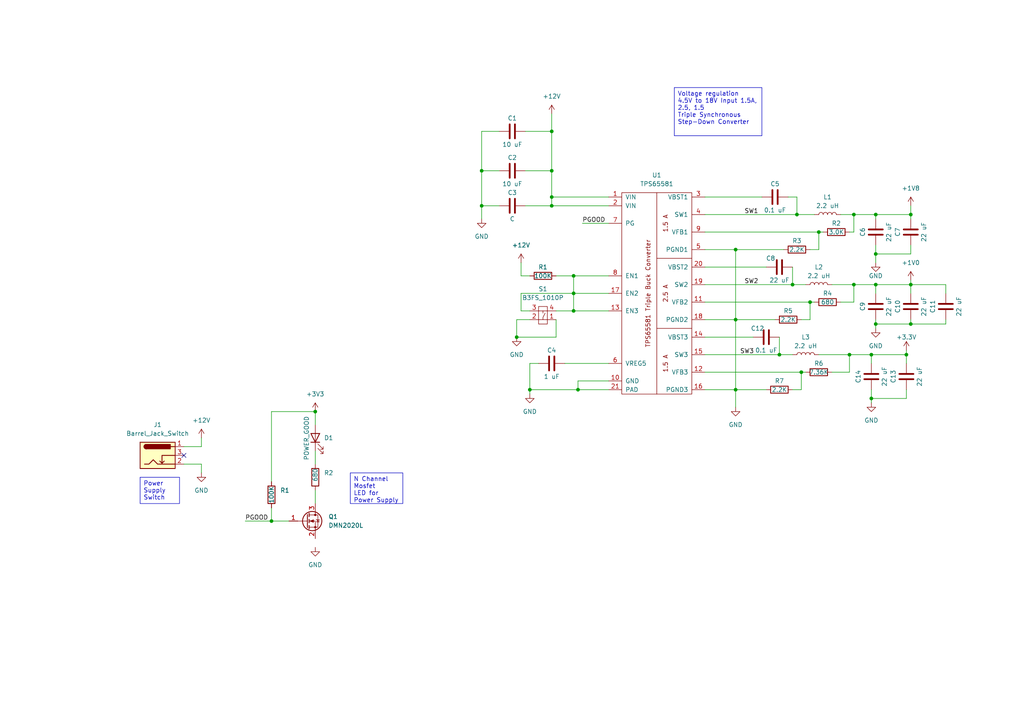
<source format=kicad_sch>
(kicad_sch (version 20230121) (generator eeschema)

  (uuid c03f0382-80c3-4fb5-88af-ce2b439e1692)

  (paper "A4")

  (title_block
    (title "Power Supply")
  )

  (lib_symbols
    (symbol "Connector:Barrel_Jack_Switch" (pin_names hide) (in_bom yes) (on_board yes)
      (property "Reference" "J" (at 0 5.334 0)
        (effects (font (size 1.27 1.27)))
      )
      (property "Value" "Barrel_Jack_Switch" (at 0 -5.08 0)
        (effects (font (size 1.27 1.27)))
      )
      (property "Footprint" "" (at 1.27 -1.016 0)
        (effects (font (size 1.27 1.27)) hide)
      )
      (property "Datasheet" "~" (at 1.27 -1.016 0)
        (effects (font (size 1.27 1.27)) hide)
      )
      (property "ki_keywords" "DC power barrel jack connector" (at 0 0 0)
        (effects (font (size 1.27 1.27)) hide)
      )
      (property "ki_description" "DC Barrel Jack with an internal switch" (at 0 0 0)
        (effects (font (size 1.27 1.27)) hide)
      )
      (property "ki_fp_filters" "BarrelJack*" (at 0 0 0)
        (effects (font (size 1.27 1.27)) hide)
      )
      (symbol "Barrel_Jack_Switch_0_1"
        (rectangle (start -5.08 3.81) (end 5.08 -3.81)
          (stroke (width 0.254) (type default))
          (fill (type background))
        )
        (arc (start -3.302 3.175) (mid -3.9343 2.54) (end -3.302 1.905)
          (stroke (width 0.254) (type default))
          (fill (type none))
        )
        (arc (start -3.302 3.175) (mid -3.9343 2.54) (end -3.302 1.905)
          (stroke (width 0.254) (type default))
          (fill (type outline))
        )
        (polyline
          (pts
            (xy 1.27 -2.286)
            (xy 1.905 -1.651)
          )
          (stroke (width 0.254) (type default))
          (fill (type none))
        )
        (polyline
          (pts
            (xy 5.08 2.54)
            (xy 3.81 2.54)
          )
          (stroke (width 0.254) (type default))
          (fill (type none))
        )
        (polyline
          (pts
            (xy 5.08 0)
            (xy 1.27 0)
            (xy 1.27 -2.286)
            (xy 0.635 -1.651)
          )
          (stroke (width 0.254) (type default))
          (fill (type none))
        )
        (polyline
          (pts
            (xy -3.81 -2.54)
            (xy -2.54 -2.54)
            (xy -1.27 -1.27)
            (xy 0 -2.54)
            (xy 2.54 -2.54)
            (xy 5.08 -2.54)
          )
          (stroke (width 0.254) (type default))
          (fill (type none))
        )
        (rectangle (start 3.683 3.175) (end -3.302 1.905)
          (stroke (width 0.254) (type default))
          (fill (type outline))
        )
      )
      (symbol "Barrel_Jack_Switch_1_1"
        (pin passive line (at 7.62 2.54 180) (length 2.54)
          (name "~" (effects (font (size 1.27 1.27))))
          (number "1" (effects (font (size 1.27 1.27))))
        )
        (pin passive line (at 7.62 -2.54 180) (length 2.54)
          (name "~" (effects (font (size 1.27 1.27))))
          (number "2" (effects (font (size 1.27 1.27))))
        )
        (pin passive line (at 7.62 0 180) (length 2.54)
          (name "~" (effects (font (size 1.27 1.27))))
          (number "3" (effects (font (size 1.27 1.27))))
        )
      )
    )
    (symbol "Device:C" (pin_numbers hide) (pin_names (offset 0.254)) (in_bom yes) (on_board yes)
      (property "Reference" "C" (at 0.635 2.54 0)
        (effects (font (size 1.27 1.27)) (justify left))
      )
      (property "Value" "C" (at 0.635 -2.54 0)
        (effects (font (size 1.27 1.27)) (justify left))
      )
      (property "Footprint" "" (at 0.9652 -3.81 0)
        (effects (font (size 1.27 1.27)) hide)
      )
      (property "Datasheet" "~" (at 0 0 0)
        (effects (font (size 1.27 1.27)) hide)
      )
      (property "ki_keywords" "cap capacitor" (at 0 0 0)
        (effects (font (size 1.27 1.27)) hide)
      )
      (property "ki_description" "Unpolarized capacitor" (at 0 0 0)
        (effects (font (size 1.27 1.27)) hide)
      )
      (property "ki_fp_filters" "C_*" (at 0 0 0)
        (effects (font (size 1.27 1.27)) hide)
      )
      (symbol "C_0_1"
        (polyline
          (pts
            (xy -2.032 -0.762)
            (xy 2.032 -0.762)
          )
          (stroke (width 0.508) (type default))
          (fill (type none))
        )
        (polyline
          (pts
            (xy -2.032 0.762)
            (xy 2.032 0.762)
          )
          (stroke (width 0.508) (type default))
          (fill (type none))
        )
      )
      (symbol "C_1_1"
        (pin passive line (at 0 3.81 270) (length 2.794)
          (name "~" (effects (font (size 1.27 1.27))))
          (number "1" (effects (font (size 1.27 1.27))))
        )
        (pin passive line (at 0 -3.81 90) (length 2.794)
          (name "~" (effects (font (size 1.27 1.27))))
          (number "2" (effects (font (size 1.27 1.27))))
        )
      )
    )
    (symbol "Device:L" (pin_numbers hide) (pin_names (offset 1.016) hide) (in_bom yes) (on_board yes)
      (property "Reference" "L" (at -1.27 0 90)
        (effects (font (size 1.27 1.27)))
      )
      (property "Value" "L" (at 1.905 0 90)
        (effects (font (size 1.27 1.27)))
      )
      (property "Footprint" "" (at 0 0 0)
        (effects (font (size 1.27 1.27)) hide)
      )
      (property "Datasheet" "~" (at 0 0 0)
        (effects (font (size 1.27 1.27)) hide)
      )
      (property "ki_keywords" "inductor choke coil reactor magnetic" (at 0 0 0)
        (effects (font (size 1.27 1.27)) hide)
      )
      (property "ki_description" "Inductor" (at 0 0 0)
        (effects (font (size 1.27 1.27)) hide)
      )
      (property "ki_fp_filters" "Choke_* *Coil* Inductor_* L_*" (at 0 0 0)
        (effects (font (size 1.27 1.27)) hide)
      )
      (symbol "L_0_1"
        (arc (start 0 -2.54) (mid 0.6323 -1.905) (end 0 -1.27)
          (stroke (width 0) (type default))
          (fill (type none))
        )
        (arc (start 0 -1.27) (mid 0.6323 -0.635) (end 0 0)
          (stroke (width 0) (type default))
          (fill (type none))
        )
        (arc (start 0 0) (mid 0.6323 0.635) (end 0 1.27)
          (stroke (width 0) (type default))
          (fill (type none))
        )
        (arc (start 0 1.27) (mid 0.6323 1.905) (end 0 2.54)
          (stroke (width 0) (type default))
          (fill (type none))
        )
      )
      (symbol "L_1_1"
        (pin passive line (at 0 3.81 270) (length 1.27)
          (name "1" (effects (font (size 1.27 1.27))))
          (number "1" (effects (font (size 1.27 1.27))))
        )
        (pin passive line (at 0 -3.81 90) (length 1.27)
          (name "2" (effects (font (size 1.27 1.27))))
          (number "2" (effects (font (size 1.27 1.27))))
        )
      )
    )
    (symbol "Device:LED" (pin_numbers hide) (pin_names (offset 1.016) hide) (in_bom yes) (on_board yes)
      (property "Reference" "D" (at 0 2.54 0)
        (effects (font (size 1.27 1.27)))
      )
      (property "Value" "LED" (at 0 -2.54 0)
        (effects (font (size 1.27 1.27)))
      )
      (property "Footprint" "" (at 0 0 0)
        (effects (font (size 1.27 1.27)) hide)
      )
      (property "Datasheet" "~" (at 0 0 0)
        (effects (font (size 1.27 1.27)) hide)
      )
      (property "ki_keywords" "LED diode" (at 0 0 0)
        (effects (font (size 1.27 1.27)) hide)
      )
      (property "ki_description" "Light emitting diode" (at 0 0 0)
        (effects (font (size 1.27 1.27)) hide)
      )
      (property "ki_fp_filters" "LED* LED_SMD:* LED_THT:*" (at 0 0 0)
        (effects (font (size 1.27 1.27)) hide)
      )
      (symbol "LED_0_1"
        (polyline
          (pts
            (xy -1.27 -1.27)
            (xy -1.27 1.27)
          )
          (stroke (width 0.254) (type default))
          (fill (type none))
        )
        (polyline
          (pts
            (xy -1.27 0)
            (xy 1.27 0)
          )
          (stroke (width 0) (type default))
          (fill (type none))
        )
        (polyline
          (pts
            (xy 1.27 -1.27)
            (xy 1.27 1.27)
            (xy -1.27 0)
            (xy 1.27 -1.27)
          )
          (stroke (width 0.254) (type default))
          (fill (type none))
        )
        (polyline
          (pts
            (xy -3.048 -0.762)
            (xy -4.572 -2.286)
            (xy -3.81 -2.286)
            (xy -4.572 -2.286)
            (xy -4.572 -1.524)
          )
          (stroke (width 0) (type default))
          (fill (type none))
        )
        (polyline
          (pts
            (xy -1.778 -0.762)
            (xy -3.302 -2.286)
            (xy -2.54 -2.286)
            (xy -3.302 -2.286)
            (xy -3.302 -1.524)
          )
          (stroke (width 0) (type default))
          (fill (type none))
        )
      )
      (symbol "LED_1_1"
        (pin passive line (at -3.81 0 0) (length 2.54)
          (name "K" (effects (font (size 1.27 1.27))))
          (number "1" (effects (font (size 1.27 1.27))))
        )
        (pin passive line (at 3.81 0 180) (length 2.54)
          (name "A" (effects (font (size 1.27 1.27))))
          (number "2" (effects (font (size 1.27 1.27))))
        )
      )
    )
    (symbol "Device:Q_NMOS_GSD" (pin_names (offset 0) hide) (in_bom yes) (on_board yes)
      (property "Reference" "Q" (at 5.08 1.27 0)
        (effects (font (size 1.27 1.27)) (justify left))
      )
      (property "Value" "Q_NMOS_GSD" (at 5.08 -1.27 0)
        (effects (font (size 1.27 1.27)) (justify left))
      )
      (property "Footprint" "" (at 5.08 2.54 0)
        (effects (font (size 1.27 1.27)) hide)
      )
      (property "Datasheet" "~" (at 0 0 0)
        (effects (font (size 1.27 1.27)) hide)
      )
      (property "ki_keywords" "transistor NMOS N-MOS N-MOSFET" (at 0 0 0)
        (effects (font (size 1.27 1.27)) hide)
      )
      (property "ki_description" "N-MOSFET transistor, gate/source/drain" (at 0 0 0)
        (effects (font (size 1.27 1.27)) hide)
      )
      (symbol "Q_NMOS_GSD_0_1"
        (polyline
          (pts
            (xy 0.254 0)
            (xy -2.54 0)
          )
          (stroke (width 0) (type default))
          (fill (type none))
        )
        (polyline
          (pts
            (xy 0.254 1.905)
            (xy 0.254 -1.905)
          )
          (stroke (width 0.254) (type default))
          (fill (type none))
        )
        (polyline
          (pts
            (xy 0.762 -1.27)
            (xy 0.762 -2.286)
          )
          (stroke (width 0.254) (type default))
          (fill (type none))
        )
        (polyline
          (pts
            (xy 0.762 0.508)
            (xy 0.762 -0.508)
          )
          (stroke (width 0.254) (type default))
          (fill (type none))
        )
        (polyline
          (pts
            (xy 0.762 2.286)
            (xy 0.762 1.27)
          )
          (stroke (width 0.254) (type default))
          (fill (type none))
        )
        (polyline
          (pts
            (xy 2.54 2.54)
            (xy 2.54 1.778)
          )
          (stroke (width 0) (type default))
          (fill (type none))
        )
        (polyline
          (pts
            (xy 2.54 -2.54)
            (xy 2.54 0)
            (xy 0.762 0)
          )
          (stroke (width 0) (type default))
          (fill (type none))
        )
        (polyline
          (pts
            (xy 0.762 -1.778)
            (xy 3.302 -1.778)
            (xy 3.302 1.778)
            (xy 0.762 1.778)
          )
          (stroke (width 0) (type default))
          (fill (type none))
        )
        (polyline
          (pts
            (xy 1.016 0)
            (xy 2.032 0.381)
            (xy 2.032 -0.381)
            (xy 1.016 0)
          )
          (stroke (width 0) (type default))
          (fill (type outline))
        )
        (polyline
          (pts
            (xy 2.794 0.508)
            (xy 2.921 0.381)
            (xy 3.683 0.381)
            (xy 3.81 0.254)
          )
          (stroke (width 0) (type default))
          (fill (type none))
        )
        (polyline
          (pts
            (xy 3.302 0.381)
            (xy 2.921 -0.254)
            (xy 3.683 -0.254)
            (xy 3.302 0.381)
          )
          (stroke (width 0) (type default))
          (fill (type none))
        )
        (circle (center 1.651 0) (radius 2.794)
          (stroke (width 0.254) (type default))
          (fill (type none))
        )
        (circle (center 2.54 -1.778) (radius 0.254)
          (stroke (width 0) (type default))
          (fill (type outline))
        )
        (circle (center 2.54 1.778) (radius 0.254)
          (stroke (width 0) (type default))
          (fill (type outline))
        )
      )
      (symbol "Q_NMOS_GSD_1_1"
        (pin input line (at -5.08 0 0) (length 2.54)
          (name "G" (effects (font (size 1.27 1.27))))
          (number "1" (effects (font (size 1.27 1.27))))
        )
        (pin passive line (at 2.54 -5.08 90) (length 2.54)
          (name "S" (effects (font (size 1.27 1.27))))
          (number "2" (effects (font (size 1.27 1.27))))
        )
        (pin passive line (at 2.54 5.08 270) (length 2.54)
          (name "D" (effects (font (size 1.27 1.27))))
          (number "3" (effects (font (size 1.27 1.27))))
        )
      )
    )
    (symbol "Device:R" (pin_numbers hide) (pin_names (offset 0)) (in_bom yes) (on_board yes)
      (property "Reference" "R" (at 2.032 0 90)
        (effects (font (size 1.27 1.27)))
      )
      (property "Value" "R" (at 0 0 90)
        (effects (font (size 1.27 1.27)))
      )
      (property "Footprint" "" (at -1.778 0 90)
        (effects (font (size 1.27 1.27)) hide)
      )
      (property "Datasheet" "~" (at 0 0 0)
        (effects (font (size 1.27 1.27)) hide)
      )
      (property "ki_keywords" "R res resistor" (at 0 0 0)
        (effects (font (size 1.27 1.27)) hide)
      )
      (property "ki_description" "Resistor" (at 0 0 0)
        (effects (font (size 1.27 1.27)) hide)
      )
      (property "ki_fp_filters" "R_*" (at 0 0 0)
        (effects (font (size 1.27 1.27)) hide)
      )
      (symbol "R_0_1"
        (rectangle (start -1.016 -2.54) (end 1.016 2.54)
          (stroke (width 0.254) (type default))
          (fill (type none))
        )
      )
      (symbol "R_1_1"
        (pin passive line (at 0 3.81 270) (length 1.27)
          (name "~" (effects (font (size 1.27 1.27))))
          (number "1" (effects (font (size 1.27 1.27))))
        )
        (pin passive line (at 0 -3.81 90) (length 1.27)
          (name "~" (effects (font (size 1.27 1.27))))
          (number "2" (effects (font (size 1.27 1.27))))
        )
      )
    )
    (symbol "FPGA_project_parts:B3FS_1010P" (pin_names (offset 1.016) hide) (in_bom yes) (on_board yes)
      (property "Reference" "S" (at 0 3.81 0)
        (effects (font (size 1.27 1.27)))
      )
      (property "Value" "B3FS_1010P" (at 0 -3.81 0)
        (effects (font (size 1.27 1.27)))
      )
      (property "Footprint" "my_parts:B3FS_1010P" (at 0 0 0)
        (effects (font (size 1.27 1.27)) hide)
      )
      (property "Datasheet" "" (at 0 0 0)
        (effects (font (size 1.27 1.27)) hide)
      )
      (symbol "B3FS_1010P_0_1"
        (rectangle (start -1.27 2.54) (end 1.27 -2.54)
          (stroke (width 0) (type solid))
          (fill (type none))
        )
        (polyline
          (pts
            (xy -1.27 -1.27)
            (xy 1.27 -1.27)
          )
          (stroke (width 0) (type solid))
          (fill (type none))
        )
        (polyline
          (pts
            (xy -1.27 1.27)
            (xy 1.27 1.27)
          )
          (stroke (width 0) (type solid))
          (fill (type none))
        )
        (polyline
          (pts
            (xy 0 1.27)
            (xy 0 0.635)
          )
          (stroke (width 0) (type solid))
          (fill (type none))
        )
        (polyline
          (pts
            (xy 0 -1.27)
            (xy 0 -0.635)
            (xy 0.635 0.635)
          )
          (stroke (width 0) (type solid))
          (fill (type none))
        )
      )
      (symbol "B3FS_1010P_1_1"
        (pin input line (at 3.81 -1.27 180) (length 2.54)
          (name "1" (effects (font (size 1.27 1.27))))
          (number "1" (effects (font (size 1.27 1.27))))
        )
        (pin input line (at -3.81 -1.27 0) (length 2.54)
          (name "2" (effects (font (size 1.27 1.27))))
          (number "2" (effects (font (size 1.27 1.27))))
        )
        (pin input line (at -3.81 1.27 0) (length 2.54)
          (name "3" (effects (font (size 1.27 1.27))))
          (number "3" (effects (font (size 1.27 1.27))))
        )
        (pin input line (at 3.81 1.27 180) (length 2.54)
          (name "4" (effects (font (size 1.27 1.27))))
          (number "4" (effects (font (size 1.27 1.27))))
        )
      )
    )
    (symbol "FPGA_project_parts:TPS65581" (pin_names (offset 1.016)) (in_bom yes) (on_board yes)
      (property "Reference" "U" (at 0 30.48 0)
        (effects (font (size 1.27 1.27)))
      )
      (property "Value" "TPS65581" (at 0 -30.48 0)
        (effects (font (size 1.27 1.27)))
      )
      (property "Footprint" "Package_SO:HTSSOP-20-1EP_4.4x6.5mm_P0.65mm_EP3.4x6.5mm_Mask2.75x3.43mm_ThermalVias" (at 0 0 0)
        (effects (font (size 1.27 1.27)) hide)
      )
      (property "Datasheet" "" (at 0 0 0)
        (effects (font (size 1.27 1.27)) hide)
      )
      (symbol "TPS65581_0_0"
        (polyline
          (pts
            (xy 10.16 -10.16)
            (xy 0 -10.16)
          )
          (stroke (width 0) (type solid))
          (fill (type none))
        )
        (polyline
          (pts
            (xy 10.16 10.16)
            (xy 0 10.16)
          )
          (stroke (width 0) (type solid))
          (fill (type none))
        )
        (text "1.5 A" (at 2.54 -20.32 900)
          (effects (font (size 1.27 1.27)))
        )
        (text "1.5 A" (at 2.54 20.32 900)
          (effects (font (size 1.27 1.27)))
        )
        (text "2.5 A" (at 2.54 0 900)
          (effects (font (size 1.27 1.27)))
        )
        (text "TPS65581 Triple Buck Converter" (at -2.54 0 900)
          (effects (font (size 1.27 1.27)))
        )
      )
      (symbol "TPS65581_0_1"
        (rectangle (start -10.16 29.21) (end 10.16 -29.21)
          (stroke (width 0) (type solid))
          (fill (type none))
        )
        (polyline
          (pts
            (xy 0 29.21)
            (xy 0 -29.21)
          )
          (stroke (width 0) (type solid))
          (fill (type none))
        )
      )
      (symbol "TPS65581_1_1"
        (pin power_in line (at -13.97 27.94 0) (length 3.81)
          (name "VIN" (effects (font (size 1.27 1.27))))
          (number "1" (effects (font (size 1.27 1.27))))
        )
        (pin power_in line (at -13.97 -25.4 0) (length 3.81)
          (name "GND" (effects (font (size 1.27 1.27))))
          (number "10" (effects (font (size 1.27 1.27))))
        )
        (pin power_out line (at 13.97 -2.54 180) (length 3.81)
          (name "VFB2" (effects (font (size 1.27 1.27))))
          (number "11" (effects (font (size 1.27 1.27))))
        )
        (pin power_out line (at 13.97 -22.86 180) (length 3.81)
          (name "VFB3" (effects (font (size 1.27 1.27))))
          (number "12" (effects (font (size 1.27 1.27))))
        )
        (pin input line (at -13.97 -5.08 0) (length 3.81)
          (name "EN3" (effects (font (size 1.27 1.27))))
          (number "13" (effects (font (size 1.27 1.27))))
        )
        (pin power_out line (at 13.97 -12.7 180) (length 3.81)
          (name "VBST3" (effects (font (size 1.27 1.27))))
          (number "14" (effects (font (size 1.27 1.27))))
        )
        (pin power_out line (at 13.97 -17.78 180) (length 3.81)
          (name "SW3" (effects (font (size 1.27 1.27))))
          (number "15" (effects (font (size 1.27 1.27))))
        )
        (pin power_in line (at 13.97 -27.94 180) (length 3.81)
          (name "PGND3" (effects (font (size 1.27 1.27))))
          (number "16" (effects (font (size 1.27 1.27))))
        )
        (pin input line (at -13.97 0 0) (length 3.81)
          (name "EN2" (effects (font (size 1.27 1.27))))
          (number "17" (effects (font (size 1.27 1.27))))
        )
        (pin power_in line (at 13.97 -7.62 180) (length 3.81)
          (name "PGND2" (effects (font (size 1.27 1.27))))
          (number "18" (effects (font (size 1.27 1.27))))
        )
        (pin power_out line (at 13.97 2.54 180) (length 3.81)
          (name "SW2" (effects (font (size 1.27 1.27))))
          (number "19" (effects (font (size 1.27 1.27))))
        )
        (pin power_in line (at -13.97 25.4 0) (length 3.81)
          (name "VIN" (effects (font (size 1.27 1.27))))
          (number "2" (effects (font (size 1.27 1.27))))
        )
        (pin power_out line (at 13.97 7.62 180) (length 3.81)
          (name "VBST2" (effects (font (size 1.27 1.27))))
          (number "20" (effects (font (size 1.27 1.27))))
        )
        (pin power_in line (at -13.97 -27.94 0) (length 3.81)
          (name "PAD" (effects (font (size 1.27 1.27))))
          (number "21" (effects (font (size 1.27 1.27))))
        )
        (pin power_out line (at 13.97 27.94 180) (length 3.81)
          (name "VBST1" (effects (font (size 1.27 1.27))))
          (number "3" (effects (font (size 1.27 1.27))))
        )
        (pin power_out line (at 13.97 22.86 180) (length 3.81)
          (name "SW1" (effects (font (size 1.27 1.27))))
          (number "4" (effects (font (size 1.27 1.27))))
        )
        (pin power_in line (at 13.97 12.7 180) (length 3.81)
          (name "PGND1" (effects (font (size 1.27 1.27))))
          (number "5" (effects (font (size 1.27 1.27))))
        )
        (pin power_out line (at -13.97 -20.32 0) (length 3.81)
          (name "VREG5" (effects (font (size 1.27 1.27))))
          (number "6" (effects (font (size 1.27 1.27))))
        )
        (pin open_collector line (at -13.97 20.32 0) (length 3.81)
          (name "PG" (effects (font (size 1.27 1.27))))
          (number "7" (effects (font (size 1.27 1.27))))
        )
        (pin input line (at -13.97 5.08 0) (length 3.81)
          (name "EN1" (effects (font (size 1.27 1.27))))
          (number "8" (effects (font (size 1.27 1.27))))
        )
        (pin power_out line (at 13.97 17.78 180) (length 3.81)
          (name "VFB1" (effects (font (size 1.27 1.27))))
          (number "9" (effects (font (size 1.27 1.27))))
        )
      )
    )
    (symbol "power:+12V" (power) (pin_names (offset 0)) (in_bom yes) (on_board yes)
      (property "Reference" "#PWR" (at 0 -3.81 0)
        (effects (font (size 1.27 1.27)) hide)
      )
      (property "Value" "+12V" (at 0 3.556 0)
        (effects (font (size 1.27 1.27)))
      )
      (property "Footprint" "" (at 0 0 0)
        (effects (font (size 1.27 1.27)) hide)
      )
      (property "Datasheet" "" (at 0 0 0)
        (effects (font (size 1.27 1.27)) hide)
      )
      (property "ki_keywords" "global power" (at 0 0 0)
        (effects (font (size 1.27 1.27)) hide)
      )
      (property "ki_description" "Power symbol creates a global label with name \"+12V\"" (at 0 0 0)
        (effects (font (size 1.27 1.27)) hide)
      )
      (symbol "+12V_0_1"
        (polyline
          (pts
            (xy -0.762 1.27)
            (xy 0 2.54)
          )
          (stroke (width 0) (type default))
          (fill (type none))
        )
        (polyline
          (pts
            (xy 0 0)
            (xy 0 2.54)
          )
          (stroke (width 0) (type default))
          (fill (type none))
        )
        (polyline
          (pts
            (xy 0 2.54)
            (xy 0.762 1.27)
          )
          (stroke (width 0) (type default))
          (fill (type none))
        )
      )
      (symbol "+12V_1_1"
        (pin power_in line (at 0 0 90) (length 0) hide
          (name "+12V" (effects (font (size 1.27 1.27))))
          (number "1" (effects (font (size 1.27 1.27))))
        )
      )
    )
    (symbol "power:+1V0" (power) (pin_names (offset 0)) (in_bom yes) (on_board yes)
      (property "Reference" "#PWR" (at 0 -3.81 0)
        (effects (font (size 1.27 1.27)) hide)
      )
      (property "Value" "+1V0" (at 0 3.556 0)
        (effects (font (size 1.27 1.27)))
      )
      (property "Footprint" "" (at 0 0 0)
        (effects (font (size 1.27 1.27)) hide)
      )
      (property "Datasheet" "" (at 0 0 0)
        (effects (font (size 1.27 1.27)) hide)
      )
      (property "ki_keywords" "global power" (at 0 0 0)
        (effects (font (size 1.27 1.27)) hide)
      )
      (property "ki_description" "Power symbol creates a global label with name \"+1V0\"" (at 0 0 0)
        (effects (font (size 1.27 1.27)) hide)
      )
      (symbol "+1V0_0_1"
        (polyline
          (pts
            (xy -0.762 1.27)
            (xy 0 2.54)
          )
          (stroke (width 0) (type default))
          (fill (type none))
        )
        (polyline
          (pts
            (xy 0 0)
            (xy 0 2.54)
          )
          (stroke (width 0) (type default))
          (fill (type none))
        )
        (polyline
          (pts
            (xy 0 2.54)
            (xy 0.762 1.27)
          )
          (stroke (width 0) (type default))
          (fill (type none))
        )
      )
      (symbol "+1V0_1_1"
        (pin power_in line (at 0 0 90) (length 0) hide
          (name "+1V0" (effects (font (size 1.27 1.27))))
          (number "1" (effects (font (size 1.27 1.27))))
        )
      )
    )
    (symbol "power:+1V8" (power) (pin_names (offset 0)) (in_bom yes) (on_board yes)
      (property "Reference" "#PWR" (at 0 -3.81 0)
        (effects (font (size 1.27 1.27)) hide)
      )
      (property "Value" "+1V8" (at 0 3.556 0)
        (effects (font (size 1.27 1.27)))
      )
      (property "Footprint" "" (at 0 0 0)
        (effects (font (size 1.27 1.27)) hide)
      )
      (property "Datasheet" "" (at 0 0 0)
        (effects (font (size 1.27 1.27)) hide)
      )
      (property "ki_keywords" "global power" (at 0 0 0)
        (effects (font (size 1.27 1.27)) hide)
      )
      (property "ki_description" "Power symbol creates a global label with name \"+1V8\"" (at 0 0 0)
        (effects (font (size 1.27 1.27)) hide)
      )
      (symbol "+1V8_0_1"
        (polyline
          (pts
            (xy -0.762 1.27)
            (xy 0 2.54)
          )
          (stroke (width 0) (type default))
          (fill (type none))
        )
        (polyline
          (pts
            (xy 0 0)
            (xy 0 2.54)
          )
          (stroke (width 0) (type default))
          (fill (type none))
        )
        (polyline
          (pts
            (xy 0 2.54)
            (xy 0.762 1.27)
          )
          (stroke (width 0) (type default))
          (fill (type none))
        )
      )
      (symbol "+1V8_1_1"
        (pin power_in line (at 0 0 90) (length 0) hide
          (name "+1V8" (effects (font (size 1.27 1.27))))
          (number "1" (effects (font (size 1.27 1.27))))
        )
      )
    )
    (symbol "power:+3.3V" (power) (pin_names (offset 0)) (in_bom yes) (on_board yes)
      (property "Reference" "#PWR" (at 0 -3.81 0)
        (effects (font (size 1.27 1.27)) hide)
      )
      (property "Value" "+3.3V" (at 0 3.556 0)
        (effects (font (size 1.27 1.27)))
      )
      (property "Footprint" "" (at 0 0 0)
        (effects (font (size 1.27 1.27)) hide)
      )
      (property "Datasheet" "" (at 0 0 0)
        (effects (font (size 1.27 1.27)) hide)
      )
      (property "ki_keywords" "global power" (at 0 0 0)
        (effects (font (size 1.27 1.27)) hide)
      )
      (property "ki_description" "Power symbol creates a global label with name \"+3.3V\"" (at 0 0 0)
        (effects (font (size 1.27 1.27)) hide)
      )
      (symbol "+3.3V_0_1"
        (polyline
          (pts
            (xy -0.762 1.27)
            (xy 0 2.54)
          )
          (stroke (width 0) (type default))
          (fill (type none))
        )
        (polyline
          (pts
            (xy 0 0)
            (xy 0 2.54)
          )
          (stroke (width 0) (type default))
          (fill (type none))
        )
        (polyline
          (pts
            (xy 0 2.54)
            (xy 0.762 1.27)
          )
          (stroke (width 0) (type default))
          (fill (type none))
        )
      )
      (symbol "+3.3V_1_1"
        (pin power_in line (at 0 0 90) (length 0) hide
          (name "+3.3V" (effects (font (size 1.27 1.27))))
          (number "1" (effects (font (size 1.27 1.27))))
        )
      )
    )
    (symbol "power:+3V3" (power) (pin_names (offset 0)) (in_bom yes) (on_board yes)
      (property "Reference" "#PWR" (at 0 -3.81 0)
        (effects (font (size 1.27 1.27)) hide)
      )
      (property "Value" "+3V3" (at 0 3.556 0)
        (effects (font (size 1.27 1.27)))
      )
      (property "Footprint" "" (at 0 0 0)
        (effects (font (size 1.27 1.27)) hide)
      )
      (property "Datasheet" "" (at 0 0 0)
        (effects (font (size 1.27 1.27)) hide)
      )
      (property "ki_keywords" "global power" (at 0 0 0)
        (effects (font (size 1.27 1.27)) hide)
      )
      (property "ki_description" "Power symbol creates a global label with name \"+3V3\"" (at 0 0 0)
        (effects (font (size 1.27 1.27)) hide)
      )
      (symbol "+3V3_0_1"
        (polyline
          (pts
            (xy -0.762 1.27)
            (xy 0 2.54)
          )
          (stroke (width 0) (type default))
          (fill (type none))
        )
        (polyline
          (pts
            (xy 0 0)
            (xy 0 2.54)
          )
          (stroke (width 0) (type default))
          (fill (type none))
        )
        (polyline
          (pts
            (xy 0 2.54)
            (xy 0.762 1.27)
          )
          (stroke (width 0) (type default))
          (fill (type none))
        )
      )
      (symbol "+3V3_1_1"
        (pin power_in line (at 0 0 90) (length 0) hide
          (name "+3V3" (effects (font (size 1.27 1.27))))
          (number "1" (effects (font (size 1.27 1.27))))
        )
      )
    )
    (symbol "power:GND" (power) (pin_names (offset 0)) (in_bom yes) (on_board yes)
      (property "Reference" "#PWR" (at 0 -6.35 0)
        (effects (font (size 1.27 1.27)) hide)
      )
      (property "Value" "GND" (at 0 -3.81 0)
        (effects (font (size 1.27 1.27)))
      )
      (property "Footprint" "" (at 0 0 0)
        (effects (font (size 1.27 1.27)) hide)
      )
      (property "Datasheet" "" (at 0 0 0)
        (effects (font (size 1.27 1.27)) hide)
      )
      (property "ki_keywords" "global power" (at 0 0 0)
        (effects (font (size 1.27 1.27)) hide)
      )
      (property "ki_description" "Power symbol creates a global label with name \"GND\" , ground" (at 0 0 0)
        (effects (font (size 1.27 1.27)) hide)
      )
      (symbol "GND_0_1"
        (polyline
          (pts
            (xy 0 0)
            (xy 0 -1.27)
            (xy 1.27 -1.27)
            (xy 0 -2.54)
            (xy -1.27 -1.27)
            (xy 0 -1.27)
          )
          (stroke (width 0) (type default))
          (fill (type none))
        )
      )
      (symbol "GND_1_1"
        (pin power_in line (at 0 0 270) (length 0) hide
          (name "GND" (effects (font (size 1.27 1.27))))
          (number "1" (effects (font (size 1.27 1.27))))
        )
      )
    )
  )

  (junction (at 247.65 82.55) (diameter 0) (color 0 0 0 0)
    (uuid 0aea494b-06b1-4bf2-95dc-8ec132174324)
  )
  (junction (at 246.38 102.87) (diameter 0) (color 0 0 0 0)
    (uuid 18a00346-cb3c-419a-8e37-503c19639c46)
  )
  (junction (at 262.89 102.87) (diameter 0) (color 0 0 0 0)
    (uuid 1a2bd7b4-9f66-4080-b650-1eb8355aafce)
  )
  (junction (at 166.37 90.17) (diameter 0) (color 0 0 0 0)
    (uuid 25c07319-da5e-4a34-8af3-1060cbdb2225)
  )
  (junction (at 213.36 92.71) (diameter 0) (color 0 0 0 0)
    (uuid 2b946a21-e239-4b5b-857b-6a47f756564f)
  )
  (junction (at 139.7 59.69) (diameter 0) (color 0 0 0 0)
    (uuid 30d6ac7a-b47a-4779-843f-05c9dcee3e90)
  )
  (junction (at 264.16 62.23) (diameter 0) (color 0 0 0 0)
    (uuid 30f43d40-dd7a-4881-8371-788721b9eae6)
  )
  (junction (at 166.37 80.01) (diameter 0) (color 0 0 0 0)
    (uuid 318ee54d-797c-4c3c-91f8-1f42a00c2b2d)
  )
  (junction (at 237.49 67.31) (diameter 0) (color 0 0 0 0)
    (uuid 3832fca3-15ed-4a98-8046-d5b2e13c3efd)
  )
  (junction (at 166.37 85.09) (diameter 0) (color 0 0 0 0)
    (uuid 3b205de3-f0e8-4de4-9a2c-fc5ee4ed5e78)
  )
  (junction (at 252.73 102.87) (diameter 0) (color 0 0 0 0)
    (uuid 3dad7fce-e1cd-43c7-9883-85163d5f5b35)
  )
  (junction (at 254 62.23) (diameter 0) (color 0 0 0 0)
    (uuid 519e86e4-9a55-44cc-856c-4cb6ed2b131d)
  )
  (junction (at 254 73.66) (diameter 0) (color 0 0 0 0)
    (uuid 5af1f702-6dd2-499d-9dfd-b00408fd6c0e)
  )
  (junction (at 139.7 49.53) (diameter 0) (color 0 0 0 0)
    (uuid 5c356d36-b39b-4944-a0d2-d288b7a812e5)
  )
  (junction (at 231.14 62.23) (diameter 0) (color 0 0 0 0)
    (uuid 61836033-7e14-408a-aa41-3c979b741ebe)
  )
  (junction (at 213.36 113.03) (diameter 0) (color 0 0 0 0)
    (uuid 644a020a-1d47-4d7a-adbb-03380379d6e1)
  )
  (junction (at 160.02 57.15) (diameter 0) (color 0 0 0 0)
    (uuid 6c16f20a-76cf-4045-a7ad-50ee595ee2a3)
  )
  (junction (at 160.02 59.69) (diameter 0) (color 0 0 0 0)
    (uuid 6e1a9fed-ec89-4c77-8e1a-75172903d3ad)
  )
  (junction (at 254 93.98) (diameter 0) (color 0 0 0 0)
    (uuid 6eae2cbc-895a-4529-93e7-627c8004b4b0)
  )
  (junction (at 149.86 97.79) (diameter 0) (color 0 0 0 0)
    (uuid 7064e17b-d973-41f1-8ee7-e56de3f7b1d2)
  )
  (junction (at 232.41 107.95) (diameter 0) (color 0 0 0 0)
    (uuid 73a38bdf-4d41-4186-8436-dcb34b2ad1c7)
  )
  (junction (at 247.65 62.23) (diameter 0) (color 0 0 0 0)
    (uuid 7a239d8b-2dde-4dbc-b0ca-bd40b50c8b0e)
  )
  (junction (at 91.44 119.38) (diameter 0) (color 0 0 0 0)
    (uuid 80acccf0-efbd-4f6d-8a2e-9a8ebc2ecfe2)
  )
  (junction (at 167.64 113.03) (diameter 0) (color 0 0 0 0)
    (uuid 810b761f-e38b-4bbd-be59-734e3130c571)
  )
  (junction (at 234.95 87.63) (diameter 0) (color 0 0 0 0)
    (uuid 9aaed438-6538-40f4-80ae-efa9cdb59d23)
  )
  (junction (at 160.02 49.53) (diameter 0) (color 0 0 0 0)
    (uuid a9742b83-b3f5-473a-9654-d2780fd99c82)
  )
  (junction (at 229.87 82.55) (diameter 0) (color 0 0 0 0)
    (uuid c7c5a69f-6e0b-4e1d-8460-08d006ff74cf)
  )
  (junction (at 264.16 82.55) (diameter 0) (color 0 0 0 0)
    (uuid c7d508b6-02af-4ffc-84cd-c6504a5cf030)
  )
  (junction (at 78.74 151.13) (diameter 0) (color 0 0 0 0)
    (uuid c8e01c2a-2592-4bfe-b430-3e98ab8e9b79)
  )
  (junction (at 160.02 38.1) (diameter 0) (color 0 0 0 0)
    (uuid c9cbae6d-ed09-4dbf-95ee-2c88e7c49778)
  )
  (junction (at 213.36 72.39) (diameter 0) (color 0 0 0 0)
    (uuid c9fb1981-f8e1-423a-b610-ae19d9241d28)
  )
  (junction (at 254 82.55) (diameter 0) (color 0 0 0 0)
    (uuid cb6cc5a4-251b-432d-b907-8ca3a3825bbd)
  )
  (junction (at 153.67 113.03) (diameter 0) (color 0 0 0 0)
    (uuid de01acca-44db-4bfb-ba53-f3b554719f90)
  )
  (junction (at 252.73 115.57) (diameter 0) (color 0 0 0 0)
    (uuid e4fc6580-1b08-4600-a963-d919bee7a054)
  )
  (junction (at 264.16 93.98) (diameter 0) (color 0 0 0 0)
    (uuid ef380027-dd82-4ad7-a20c-1bea40e40359)
  )
  (junction (at 226.06 102.87) (diameter 0) (color 0 0 0 0)
    (uuid f5395050-e2f1-468e-816e-ce88a4cc146a)
  )

  (no_connect (at 53.34 132.08) (uuid 0513693d-532e-46ec-96e3-9ff2439c34bd))

  (wire (pts (xy 254 92.71) (xy 254 93.98))
    (stroke (width 0) (type default))
    (uuid 00227841-efae-42dd-8e0e-30c80453727f)
  )
  (wire (pts (xy 254 62.23) (xy 264.16 62.23))
    (stroke (width 0) (type default))
    (uuid 02a320dc-e02b-467f-83f1-84d910ca5d07)
  )
  (wire (pts (xy 274.32 92.71) (xy 274.32 93.98))
    (stroke (width 0) (type default))
    (uuid 04f71d27-c3b2-43e4-8552-f7b1ec90c296)
  )
  (wire (pts (xy 176.53 113.03) (xy 167.64 113.03))
    (stroke (width 0) (type default))
    (uuid 07942b7e-d8a9-4a7e-8728-6354f61a7677)
  )
  (wire (pts (xy 247.65 62.23) (xy 254 62.23))
    (stroke (width 0) (type default))
    (uuid 0970f8b6-9ba4-4768-b6dd-dcd59df5084e)
  )
  (wire (pts (xy 254 82.55) (xy 254 85.09))
    (stroke (width 0) (type default))
    (uuid 0b984323-c213-4a58-a5de-91b17c835990)
  )
  (wire (pts (xy 163.83 105.41) (xy 176.53 105.41))
    (stroke (width 0) (type default))
    (uuid 0bc19dd3-7578-44d3-ade6-05a0b8f049fc)
  )
  (wire (pts (xy 274.32 93.98) (xy 264.16 93.98))
    (stroke (width 0) (type default))
    (uuid 0c73dddd-5376-4ba0-a9d5-09da1dde0bf3)
  )
  (wire (pts (xy 204.47 62.23) (xy 231.14 62.23))
    (stroke (width 0) (type default))
    (uuid 0c8d8916-5b6d-406d-bf98-cc6668b20dd2)
  )
  (wire (pts (xy 58.42 134.62) (xy 58.42 137.16))
    (stroke (width 0) (type default))
    (uuid 0d682661-48dc-4dd9-b520-06cb51191a7d)
  )
  (wire (pts (xy 264.16 82.55) (xy 264.16 81.28))
    (stroke (width 0) (type default))
    (uuid 11f91eeb-92f2-482b-a1b6-b8d90cc32a4c)
  )
  (wire (pts (xy 213.36 113.03) (xy 213.36 118.11))
    (stroke (width 0) (type default))
    (uuid 17b57d50-d57e-4fc4-be87-4ad0e2be36e4)
  )
  (wire (pts (xy 237.49 67.31) (xy 238.76 67.31))
    (stroke (width 0) (type default))
    (uuid 17ec9a30-d9de-4057-b338-7daa11398b60)
  )
  (wire (pts (xy 167.64 110.49) (xy 167.64 113.03))
    (stroke (width 0) (type default))
    (uuid 17ef2eb3-a6ec-406c-8c1e-00b341597236)
  )
  (wire (pts (xy 213.36 92.71) (xy 213.36 113.03))
    (stroke (width 0) (type default))
    (uuid 1b44f7b5-73a7-419c-af74-d1fa4e85ab99)
  )
  (wire (pts (xy 234.95 92.71) (xy 234.95 87.63))
    (stroke (width 0) (type default))
    (uuid 1b5299f6-2f4f-4e8c-bd0f-1d6c2f289f17)
  )
  (wire (pts (xy 153.67 105.41) (xy 153.67 113.03))
    (stroke (width 0) (type default))
    (uuid 1bf6e638-cd46-4cdd-9091-e39230a2741b)
  )
  (wire (pts (xy 160.02 49.53) (xy 160.02 38.1))
    (stroke (width 0) (type default))
    (uuid 1d5b0025-50d0-4e5e-86cb-db5b5518eedb)
  )
  (wire (pts (xy 139.7 59.69) (xy 144.78 59.69))
    (stroke (width 0) (type default))
    (uuid 1d79486e-0512-416a-a567-8164130bc53c)
  )
  (wire (pts (xy 237.49 67.31) (xy 237.49 72.39))
    (stroke (width 0) (type default))
    (uuid 243d0a5d-657e-48f2-9656-aa1488400a2d)
  )
  (wire (pts (xy 149.86 92.71) (xy 149.86 97.79))
    (stroke (width 0) (type default))
    (uuid 25a50d6b-0923-4dea-942f-fe5adbf1e1d0)
  )
  (wire (pts (xy 264.16 62.23) (xy 264.16 63.5))
    (stroke (width 0) (type default))
    (uuid 2a38b98a-701e-46c0-8868-931af382b824)
  )
  (wire (pts (xy 254 62.23) (xy 254 63.5))
    (stroke (width 0) (type default))
    (uuid 2ad6e3f7-b9d0-48e2-a560-a18724f1b38d)
  )
  (wire (pts (xy 262.89 113.03) (xy 262.89 115.57))
    (stroke (width 0) (type default))
    (uuid 3102c713-f833-4dd5-ad93-467be1de62c5)
  )
  (wire (pts (xy 264.16 73.66) (xy 254 73.66))
    (stroke (width 0) (type default))
    (uuid 32a92be9-7bf0-446d-a797-14950f0fa9ca)
  )
  (wire (pts (xy 264.16 93.98) (xy 254 93.98))
    (stroke (width 0) (type default))
    (uuid 34b8138a-372c-458d-87a9-48e45fff3086)
  )
  (wire (pts (xy 234.95 87.63) (xy 236.22 87.63))
    (stroke (width 0) (type default))
    (uuid 3501f867-92d0-4b62-b687-d8e50447c04e)
  )
  (wire (pts (xy 78.74 119.38) (xy 91.44 119.38))
    (stroke (width 0) (type default))
    (uuid 35c60a15-8b0b-48b0-81bf-03c7189166a1)
  )
  (wire (pts (xy 91.44 142.24) (xy 91.44 146.05))
    (stroke (width 0) (type default))
    (uuid 39619e49-62e9-4940-9bc1-8e8d3c8ca695)
  )
  (wire (pts (xy 264.16 82.55) (xy 274.32 82.55))
    (stroke (width 0) (type default))
    (uuid 39cfa099-5b4a-4417-a50d-99c79342e5c4)
  )
  (wire (pts (xy 264.16 62.23) (xy 264.16 59.69))
    (stroke (width 0) (type default))
    (uuid 3a68b2b3-4f8e-49f1-9bf3-ececaa2e5523)
  )
  (wire (pts (xy 213.36 113.03) (xy 222.25 113.03))
    (stroke (width 0) (type default))
    (uuid 3cd05c4d-f311-4768-848d-6dc4e3a570db)
  )
  (wire (pts (xy 254 76.2) (xy 254 73.66))
    (stroke (width 0) (type default))
    (uuid 3ee4e432-2c12-4cf2-af08-ac288d67d017)
  )
  (wire (pts (xy 243.84 62.23) (xy 247.65 62.23))
    (stroke (width 0) (type default))
    (uuid 40cd9ed7-461c-4757-b30f-faeef0457348)
  )
  (wire (pts (xy 160.02 57.15) (xy 160.02 49.53))
    (stroke (width 0) (type default))
    (uuid 40fdd204-4e4d-4709-a3d2-65fdfad07155)
  )
  (wire (pts (xy 247.65 62.23) (xy 247.65 67.31))
    (stroke (width 0) (type default))
    (uuid 42a395b5-adeb-46d6-971f-e910010d9bca)
  )
  (wire (pts (xy 232.41 107.95) (xy 233.68 107.95))
    (stroke (width 0) (type default))
    (uuid 458911df-dfd9-4006-b6df-2fb35dbeac22)
  )
  (wire (pts (xy 153.67 113.03) (xy 153.67 114.3))
    (stroke (width 0) (type default))
    (uuid 462fa52c-d5c6-4fd7-9ff4-0869ffb5cc4a)
  )
  (wire (pts (xy 161.29 80.01) (xy 166.37 80.01))
    (stroke (width 0) (type default))
    (uuid 476b45a0-9932-41bc-8598-91988183e36d)
  )
  (wire (pts (xy 262.89 115.57) (xy 252.73 115.57))
    (stroke (width 0) (type default))
    (uuid 48fb4b8b-e57a-4f3c-bb30-1e4352cd85b1)
  )
  (wire (pts (xy 229.87 77.47) (xy 229.87 82.55))
    (stroke (width 0) (type default))
    (uuid 493dc2a1-7424-4ac4-9160-97f1cb829d76)
  )
  (wire (pts (xy 254 93.98) (xy 254 95.25))
    (stroke (width 0) (type default))
    (uuid 4951de56-1a22-42aa-abfc-6f47846a2cea)
  )
  (wire (pts (xy 213.36 72.39) (xy 227.33 72.39))
    (stroke (width 0) (type default))
    (uuid 4b4522f5-1dc3-4372-a883-2877dac12b56)
  )
  (wire (pts (xy 78.74 139.7) (xy 78.74 119.38))
    (stroke (width 0) (type default))
    (uuid 4c913666-6cfb-4807-abc5-8e6ad77205b8)
  )
  (wire (pts (xy 228.6 57.15) (xy 231.14 57.15))
    (stroke (width 0) (type default))
    (uuid 4d1fae50-92bb-4594-a4df-c326654a5f28)
  )
  (wire (pts (xy 213.36 92.71) (xy 224.79 92.71))
    (stroke (width 0) (type default))
    (uuid 4d3f886e-f605-481f-b883-786e7c562168)
  )
  (wire (pts (xy 204.47 72.39) (xy 213.36 72.39))
    (stroke (width 0) (type default))
    (uuid 4fe92fef-cebb-45a1-a81b-90d002b4aa32)
  )
  (wire (pts (xy 213.36 72.39) (xy 213.36 92.71))
    (stroke (width 0) (type default))
    (uuid 50d985a7-d4d5-44e9-99a0-9d42fd2526d2)
  )
  (wire (pts (xy 166.37 85.09) (xy 151.13 85.09))
    (stroke (width 0) (type default))
    (uuid 546d78c9-3ded-4aaa-97ec-120a5fa40d2b)
  )
  (wire (pts (xy 151.13 90.17) (xy 153.67 90.17))
    (stroke (width 0) (type default))
    (uuid 55bee4e3-a92f-471b-9a84-a82ef241d3f9)
  )
  (wire (pts (xy 166.37 80.01) (xy 176.53 80.01))
    (stroke (width 0) (type default))
    (uuid 56229987-4656-4d3d-9bfa-f96e03abc87d)
  )
  (wire (pts (xy 252.73 102.87) (xy 252.73 105.41))
    (stroke (width 0) (type default))
    (uuid 56d5f497-2cb1-48b7-acdf-c794b90f1846)
  )
  (wire (pts (xy 53.34 134.62) (xy 58.42 134.62))
    (stroke (width 0) (type default))
    (uuid 571bb2e2-1f11-4d00-8a0a-d04126a69993)
  )
  (wire (pts (xy 247.65 82.55) (xy 254 82.55))
    (stroke (width 0) (type default))
    (uuid 5a968b33-42aa-444f-9531-d2e4d1a87d57)
  )
  (wire (pts (xy 262.89 102.87) (xy 262.89 105.41))
    (stroke (width 0) (type default))
    (uuid 5b048079-d7ae-46d1-90e7-dcc3264047e4)
  )
  (wire (pts (xy 176.53 57.15) (xy 160.02 57.15))
    (stroke (width 0) (type default))
    (uuid 5cbebb29-9d85-4e3e-9ec5-da2cfda50860)
  )
  (wire (pts (xy 264.16 71.12) (xy 264.16 73.66))
    (stroke (width 0) (type default))
    (uuid 5e2e5257-2b1e-42e4-9fd9-f9f8bc0a793e)
  )
  (wire (pts (xy 152.4 49.53) (xy 160.02 49.53))
    (stroke (width 0) (type default))
    (uuid 610934c8-ee6b-4058-83c1-393d9895fe7d)
  )
  (wire (pts (xy 246.38 102.87) (xy 252.73 102.87))
    (stroke (width 0) (type default))
    (uuid 642cd724-5afa-4d59-afba-c818e218e07b)
  )
  (wire (pts (xy 153.67 92.71) (xy 149.86 92.71))
    (stroke (width 0) (type default))
    (uuid 65899e8e-4e2d-42a3-b638-8dab62ea85b3)
  )
  (wire (pts (xy 153.67 80.01) (xy 151.13 80.01))
    (stroke (width 0) (type default))
    (uuid 65dae567-17d7-4901-8c45-9b8758cb4d86)
  )
  (wire (pts (xy 139.7 38.1) (xy 139.7 49.53))
    (stroke (width 0) (type default))
    (uuid 6a952ef8-65c9-41e9-8eca-1510136237f5)
  )
  (wire (pts (xy 204.47 97.79) (xy 218.44 97.79))
    (stroke (width 0) (type default))
    (uuid 6c2bda7d-f2e7-43e3-bde2-8a17eb6c14b6)
  )
  (wire (pts (xy 53.34 129.54) (xy 58.42 129.54))
    (stroke (width 0) (type default))
    (uuid 70be80c6-27da-4a0a-b815-8c451993f58c)
  )
  (wire (pts (xy 152.4 59.69) (xy 160.02 59.69))
    (stroke (width 0) (type default))
    (uuid 74cc663e-2728-4776-bfe8-765b19d0f18a)
  )
  (wire (pts (xy 226.06 97.79) (xy 226.06 102.87))
    (stroke (width 0) (type default))
    (uuid 75c4f78d-8033-4b83-9125-d0e90b3e6eb4)
  )
  (wire (pts (xy 78.74 147.32) (xy 78.74 151.13))
    (stroke (width 0) (type default))
    (uuid 7897611a-1331-4a67-a178-22852803a31e)
  )
  (wire (pts (xy 254 71.12) (xy 254 73.66))
    (stroke (width 0) (type default))
    (uuid 7fa3a574-c072-4c20-8e64-58cc96a66f62)
  )
  (wire (pts (xy 161.29 92.71) (xy 161.29 97.79))
    (stroke (width 0) (type default))
    (uuid 80ba025b-bfa9-4a7e-a4c6-72136d6450d5)
  )
  (wire (pts (xy 232.41 107.95) (xy 232.41 113.03))
    (stroke (width 0) (type default))
    (uuid 8156ceed-9082-408d-a3e9-cba4f288bf34)
  )
  (wire (pts (xy 247.65 87.63) (xy 247.65 82.55))
    (stroke (width 0) (type default))
    (uuid 816052cd-a241-4e49-9a11-b4e63ab65eeb)
  )
  (wire (pts (xy 264.16 82.55) (xy 264.16 85.09))
    (stroke (width 0) (type default))
    (uuid 849d7aa0-1c23-4890-b071-6288ae7647ac)
  )
  (wire (pts (xy 139.7 59.69) (xy 139.7 63.5))
    (stroke (width 0) (type default))
    (uuid 84eec5c6-0383-48b3-b9ee-c6aa744af97e)
  )
  (wire (pts (xy 243.84 87.63) (xy 247.65 87.63))
    (stroke (width 0) (type default))
    (uuid 851f2569-fbc7-47c7-b5b1-1f6b5d0c2fee)
  )
  (wire (pts (xy 166.37 90.17) (xy 161.29 90.17))
    (stroke (width 0) (type default))
    (uuid 8c360708-e820-4883-ad43-c9a3d2643844)
  )
  (wire (pts (xy 166.37 90.17) (xy 176.53 90.17))
    (stroke (width 0) (type default))
    (uuid 8ef8f741-a560-4128-b013-3813677e7e85)
  )
  (wire (pts (xy 204.47 113.03) (xy 213.36 113.03))
    (stroke (width 0) (type default))
    (uuid 920f5219-4594-403b-9ab1-cd386c163a64)
  )
  (wire (pts (xy 204.47 107.95) (xy 232.41 107.95))
    (stroke (width 0) (type default))
    (uuid 9450535d-e930-4e96-a7ce-c01864fae11e)
  )
  (wire (pts (xy 241.3 82.55) (xy 247.65 82.55))
    (stroke (width 0) (type default))
    (uuid 94ba7098-0a34-4136-ba27-2a213bd108c1)
  )
  (wire (pts (xy 166.37 85.09) (xy 176.53 85.09))
    (stroke (width 0) (type default))
    (uuid 977a8d70-ebee-4650-9e74-23fe7c702080)
  )
  (wire (pts (xy 204.47 57.15) (xy 220.98 57.15))
    (stroke (width 0) (type default))
    (uuid 97ebdcc3-810a-4027-809d-334d1a2eee6e)
  )
  (wire (pts (xy 151.13 80.01) (xy 151.13 76.2))
    (stroke (width 0) (type default))
    (uuid 9a3dd487-d26d-418a-ae20-642df09e58b3)
  )
  (wire (pts (xy 166.37 80.01) (xy 166.37 85.09))
    (stroke (width 0) (type default))
    (uuid 9b62c289-79e1-4cb3-bffc-e7d5bf24507c)
  )
  (wire (pts (xy 151.13 85.09) (xy 151.13 90.17))
    (stroke (width 0) (type default))
    (uuid 9cd46fd7-63e5-4d8c-95c8-bbfe438cd02c)
  )
  (wire (pts (xy 176.53 110.49) (xy 167.64 110.49))
    (stroke (width 0) (type default))
    (uuid 9f5c4f77-1e8e-41ae-b3ab-b6f368b4e87d)
  )
  (wire (pts (xy 160.02 38.1) (xy 160.02 33.02))
    (stroke (width 0) (type default))
    (uuid a1416968-5d14-45e2-9586-e19d56717b58)
  )
  (wire (pts (xy 252.73 113.03) (xy 252.73 115.57))
    (stroke (width 0) (type default))
    (uuid a158fed9-7049-43bf-81fc-ac784fa20b8c)
  )
  (wire (pts (xy 71.12 151.13) (xy 78.74 151.13))
    (stroke (width 0) (type default))
    (uuid a23702e2-b0e6-4750-bf23-f0369cd7ee20)
  )
  (wire (pts (xy 156.21 105.41) (xy 153.67 105.41))
    (stroke (width 0) (type default))
    (uuid a23a66dc-f014-40f7-8ce0-947d6903c19c)
  )
  (wire (pts (xy 204.47 77.47) (xy 222.25 77.47))
    (stroke (width 0) (type default))
    (uuid a2862ef9-fc8e-41d9-ae0b-8a7ecc372d24)
  )
  (wire (pts (xy 237.49 72.39) (xy 234.95 72.39))
    (stroke (width 0) (type default))
    (uuid a53005fa-feb2-4e46-9680-d8e7e33c02f3)
  )
  (wire (pts (xy 78.74 151.13) (xy 83.82 151.13))
    (stroke (width 0) (type default))
    (uuid a90311ec-71c0-4670-8ecb-1ea8052ee7a7)
  )
  (wire (pts (xy 91.44 130.81) (xy 91.44 134.62))
    (stroke (width 0) (type default))
    (uuid aac9e962-3674-45e5-8559-656f75d046e2)
  )
  (wire (pts (xy 204.47 87.63) (xy 234.95 87.63))
    (stroke (width 0) (type default))
    (uuid ae1cf0b3-242a-4e51-aed0-037db3dc87c7)
  )
  (wire (pts (xy 229.87 82.55) (xy 233.68 82.55))
    (stroke (width 0) (type default))
    (uuid b029959b-7819-4769-85dc-2e033c6efa2c)
  )
  (wire (pts (xy 152.4 38.1) (xy 160.02 38.1))
    (stroke (width 0) (type default))
    (uuid b3289e5c-199a-4ded-87ba-8b601da8469f)
  )
  (wire (pts (xy 144.78 38.1) (xy 139.7 38.1))
    (stroke (width 0) (type default))
    (uuid b650858f-7dfa-4ed8-b5de-b47a4d6b6070)
  )
  (wire (pts (xy 252.73 102.87) (xy 262.89 102.87))
    (stroke (width 0) (type default))
    (uuid bb706cd3-ce86-46e9-84d7-e0794dc0fd90)
  )
  (wire (pts (xy 167.64 113.03) (xy 153.67 113.03))
    (stroke (width 0) (type default))
    (uuid bb8acc9d-209b-4634-9247-8e2290b892b5)
  )
  (wire (pts (xy 160.02 59.69) (xy 160.02 57.15))
    (stroke (width 0) (type default))
    (uuid bd8cc424-049a-4162-8924-98f83f25675f)
  )
  (wire (pts (xy 166.37 85.09) (xy 166.37 90.17))
    (stroke (width 0) (type default))
    (uuid bf1a43ef-e8da-4537-b11d-5cf78748fd08)
  )
  (wire (pts (xy 264.16 92.71) (xy 264.16 93.98))
    (stroke (width 0) (type default))
    (uuid bfb12dde-7482-4bd1-af95-6ef523fd00ef)
  )
  (wire (pts (xy 204.47 67.31) (xy 237.49 67.31))
    (stroke (width 0) (type default))
    (uuid c1ec7c24-09d7-40e9-b7b8-fb4c17398f0a)
  )
  (wire (pts (xy 232.41 92.71) (xy 234.95 92.71))
    (stroke (width 0) (type default))
    (uuid c2136e65-1301-4173-aba0-0cff1b620783)
  )
  (wire (pts (xy 168.91 64.77) (xy 176.53 64.77))
    (stroke (width 0) (type default))
    (uuid c6fc428e-32f0-4296-a9d3-d0f3794a6611)
  )
  (wire (pts (xy 241.3 107.95) (xy 246.38 107.95))
    (stroke (width 0) (type default))
    (uuid ca4ce2f9-acc9-46b7-8a9a-a7c15ce2a716)
  )
  (wire (pts (xy 139.7 49.53) (xy 144.78 49.53))
    (stroke (width 0) (type default))
    (uuid caa6a900-1179-4393-b3cd-b45f387e169a)
  )
  (wire (pts (xy 58.42 129.54) (xy 58.42 127))
    (stroke (width 0) (type default))
    (uuid cdf76599-35ce-4a00-9fca-3b970c3a8125)
  )
  (wire (pts (xy 254 82.55) (xy 264.16 82.55))
    (stroke (width 0) (type default))
    (uuid cea7fbca-5c89-4808-bbda-28859e0006f6)
  )
  (wire (pts (xy 274.32 82.55) (xy 274.32 85.09))
    (stroke (width 0) (type default))
    (uuid d2b33fb6-a26b-4d24-8ef3-d26b480976e7)
  )
  (wire (pts (xy 161.29 97.79) (xy 149.86 97.79))
    (stroke (width 0) (type default))
    (uuid d3e5fec4-fa08-40a0-98d0-a6635078902b)
  )
  (wire (pts (xy 139.7 49.53) (xy 139.7 59.69))
    (stroke (width 0) (type default))
    (uuid d9aa4dc5-6fb2-4c03-b281-f9c3dfd104ac)
  )
  (wire (pts (xy 204.47 102.87) (xy 226.06 102.87))
    (stroke (width 0) (type default))
    (uuid daabd213-07e5-4e7c-9e26-ef5e9ea3f0ff)
  )
  (wire (pts (xy 231.14 62.23) (xy 236.22 62.23))
    (stroke (width 0) (type default))
    (uuid ddaf693a-1a5b-4cfa-a9e3-d276d39f2aaa)
  )
  (wire (pts (xy 246.38 107.95) (xy 246.38 102.87))
    (stroke (width 0) (type default))
    (uuid dea272af-c35c-4a3f-9c46-4450f887b145)
  )
  (wire (pts (xy 204.47 92.71) (xy 213.36 92.71))
    (stroke (width 0) (type default))
    (uuid e16a8494-d4e0-48c3-a49b-ebeec91b2b71)
  )
  (wire (pts (xy 252.73 115.57) (xy 252.73 116.84))
    (stroke (width 0) (type default))
    (uuid e1b776ad-ddb4-49ae-8dc8-bcb6e5839bad)
  )
  (wire (pts (xy 262.89 102.87) (xy 262.89 101.6))
    (stroke (width 0) (type default))
    (uuid e7b28d1e-4d07-4f18-b04e-d02408c7b64c)
  )
  (wire (pts (xy 232.41 113.03) (xy 229.87 113.03))
    (stroke (width 0) (type default))
    (uuid e87c83e7-3723-4132-bcf1-70ccbf5589aa)
  )
  (wire (pts (xy 231.14 57.15) (xy 231.14 62.23))
    (stroke (width 0) (type default))
    (uuid e894dcf4-e021-4d36-8108-7777a5ea4a93)
  )
  (wire (pts (xy 226.06 102.87) (xy 229.87 102.87))
    (stroke (width 0) (type default))
    (uuid ec3527e7-375a-47a3-b443-4e8eb721bb9e)
  )
  (wire (pts (xy 204.47 82.55) (xy 229.87 82.55))
    (stroke (width 0) (type default))
    (uuid ecef9380-2c94-4af5-bebc-766c4295d213)
  )
  (wire (pts (xy 176.53 59.69) (xy 160.02 59.69))
    (stroke (width 0) (type default))
    (uuid ee9caf85-689e-4bdf-89bb-3deec6e4cbe5)
  )
  (wire (pts (xy 247.65 67.31) (xy 246.38 67.31))
    (stroke (width 0) (type default))
    (uuid fae485b7-090b-44c8-b34e-5b9368b235ca)
  )
  (wire (pts (xy 91.44 119.38) (xy 91.44 123.19))
    (stroke (width 0) (type default))
    (uuid ff00cc2f-0bc2-4c21-91e3-375882d700a1)
  )
  (wire (pts (xy 237.49 102.87) (xy 246.38 102.87))
    (stroke (width 0) (type default))
    (uuid ff5ea08f-865a-4a51-9594-eb77d2ee6713)
  )

  (text_box "Voltage regulation\n4.5V to 18V Input 1.5A,\n2.5, 1.5\nTriple Synchronous\nStep-Down Converter"
    (at 195.58 25.4 0) (size 25.4 13.97)
    (stroke (width 0) (type default))
    (fill (type none))
    (effects (font (size 1.27 1.27)) (justify left top))
    (uuid 24a5dcf5-c410-4fa7-9113-1e533fc55aa1)
  )
  (text_box "Power Supply Switch\n"
    (at 40.64 138.43 0) (size 11.43 7.62)
    (stroke (width 0) (type default))
    (fill (type none))
    (effects (font (size 1.27 1.27)) (justify left top))
    (uuid 81708007-db00-4ad5-84a9-19c7861d5cf7)
  )
  (text_box "N Channel\nMosfet\nLED for Power Supply"
    (at 101.6 137.16 0) (size 15.24 8.89)
    (stroke (width 0) (type default))
    (fill (type none))
    (effects (font (size 1.27 1.27)) (justify left top))
    (uuid fcca555c-82e2-4884-abdd-93ba2aa86f3b)
  )

  (label "PGOOD" (at 71.12 151.13 0) (fields_autoplaced)
    (effects (font (size 1.27 1.27)) (justify left bottom))
    (uuid 0c55396d-3917-4f0c-8aec-262018639423)
  )
  (label "SW1" (at 215.9 62.23 0) (fields_autoplaced)
    (effects (font (size 1.27 1.27)) (justify left bottom))
    (uuid 0dc5d7e7-b754-4455-81b5-661357cf81c4)
  )
  (label "SW2" (at 215.9 82.55 0) (fields_autoplaced)
    (effects (font (size 1.27 1.27)) (justify left bottom))
    (uuid b29bcf05-16c8-4e04-aa3d-ecce3d8a9ea1)
  )
  (label "PGOOD" (at 168.91 64.77 0) (fields_autoplaced)
    (effects (font (size 1.27 1.27)) (justify left bottom))
    (uuid d20677d6-5b4c-4e0c-ada4-79e002cf4684)
  )
  (label "SW3" (at 214.63 102.87 0) (fields_autoplaced)
    (effects (font (size 1.27 1.27)) (justify left bottom))
    (uuid e4e227d5-fa01-4499-9ce2-e479f545a3bb)
  )

  (symbol (lib_id "FPGA_project_parts:TPS65581") (at 190.5 85.09 0) (unit 1)
    (in_bom yes) (on_board yes) (dnp no) (fields_autoplaced)
    (uuid 02329c9f-d3be-4d37-88f9-dc4ab5ee1b38)
    (property "Reference" "U1" (at 190.5 50.8 0)
      (effects (font (size 1.27 1.27)))
    )
    (property "Value" "TPS65581" (at 190.5 53.34 0)
      (effects (font (size 1.27 1.27)))
    )
    (property "Footprint" "Package_SO:HTSSOP-20-1EP_4.4x6.5mm_P0.65mm_EP3.4x6.5mm_Mask2.75x3.43mm_ThermalVias" (at 190.5 85.09 0)
      (effects (font (size 1.27 1.27)) hide)
    )
    (property "Datasheet" "" (at 190.5 85.09 0)
      (effects (font (size 1.27 1.27)) hide)
    )
    (pin "1" (uuid c39957e8-d58a-423e-bf5c-00b67c7796a3))
    (pin "10" (uuid d1b32fde-aa68-479e-ad48-a74a3063d765))
    (pin "11" (uuid 69e330cb-896c-4d7e-84d6-315634b41c36))
    (pin "12" (uuid f32ed481-26f8-49cb-be6b-388730e10365))
    (pin "13" (uuid f5688821-aeef-464b-90dc-371d74d84c85))
    (pin "14" (uuid db400009-8777-4d43-8d1a-ed39014c3f07))
    (pin "15" (uuid 9e95efed-6c36-44b3-8645-6867cd81ac49))
    (pin "16" (uuid 2176897e-77cb-4243-8a5a-4873158309a8))
    (pin "17" (uuid 23cb8c1b-272a-448f-8901-2cd31171a472))
    (pin "18" (uuid 86c6ed82-c1f4-4423-afd1-e4158ffe1e8b))
    (pin "19" (uuid 9cc1fc13-11f7-4e67-a051-a28331f51225))
    (pin "2" (uuid 2bde8b64-09df-4de0-87dd-f4b27273c449))
    (pin "20" (uuid 4e717c68-f183-4e41-9429-acf9e1afd293))
    (pin "21" (uuid 3ea21156-40c6-47f4-97cb-6e73096e5e10))
    (pin "3" (uuid 1dd148e6-38ea-4075-be4f-a079b996e2be))
    (pin "4" (uuid 0ea6081b-fccd-4131-82e7-5eece4cbda96))
    (pin "5" (uuid 829894e9-e072-4219-bba9-322823b52e4b))
    (pin "6" (uuid ebcd146d-685c-4902-87f7-1e7f3bed3b91))
    (pin "7" (uuid 130f2ab6-6722-47b3-83d7-b9548c120f24))
    (pin "8" (uuid 74e8bd8a-67ae-4202-a58c-6515994f0e13))
    (pin "9" (uuid 9f99520d-2c47-4a32-96b9-db582f01bf5e))
    (instances
      (project "Calculator"
        (path "/6d34d272-376a-4771-99e5-85e7dd6edf17"
          (reference "U1") (unit 1)
        )
      )
      (project "calculator"
        (path "/c551c393-3eaa-493e-8775-6217daf7eece/1db0f28c-5fb3-4726-8407-1a011b80b783"
          (reference "U1") (unit 1)
        )
      )
    )
  )

  (symbol (lib_id "power:GND") (at 139.7 63.5 0) (unit 1)
    (in_bom yes) (on_board yes) (dnp no) (fields_autoplaced)
    (uuid 0839cfb8-8b17-4c32-b9e9-f2b6d3cc5b3c)
    (property "Reference" "#PWR02" (at 139.7 69.85 0)
      (effects (font (size 1.27 1.27)) hide)
    )
    (property "Value" "GND" (at 139.7 68.58 0)
      (effects (font (size 1.27 1.27)))
    )
    (property "Footprint" "" (at 139.7 63.5 0)
      (effects (font (size 1.27 1.27)) hide)
    )
    (property "Datasheet" "" (at 139.7 63.5 0)
      (effects (font (size 1.27 1.27)) hide)
    )
    (pin "1" (uuid e1bacb02-47c3-4898-b750-cd98b71f523c))
    (instances
      (project "Calculator"
        (path "/6d34d272-376a-4771-99e5-85e7dd6edf17"
          (reference "#PWR02") (unit 1)
        )
      )
      (project "calculator"
        (path "/c551c393-3eaa-493e-8775-6217daf7eece/1db0f28c-5fb3-4726-8407-1a011b80b783"
          (reference "#PWR02") (unit 1)
        )
      )
    )
  )

  (symbol (lib_id "power:+12V") (at 160.02 33.02 0) (unit 1)
    (in_bom yes) (on_board yes) (dnp no) (fields_autoplaced)
    (uuid 0b1a23eb-de15-425f-ad3f-340d733ceaee)
    (property "Reference" "#PWR01" (at 160.02 36.83 0)
      (effects (font (size 1.27 1.27)) hide)
    )
    (property "Value" "+12V" (at 160.02 27.94 0)
      (effects (font (size 1.27 1.27)))
    )
    (property "Footprint" "" (at 160.02 33.02 0)
      (effects (font (size 1.27 1.27)) hide)
    )
    (property "Datasheet" "" (at 160.02 33.02 0)
      (effects (font (size 1.27 1.27)) hide)
    )
    (pin "1" (uuid 1d84d94d-447d-40bc-b0d0-2ce4b8329b3a))
    (instances
      (project "Calculator"
        (path "/6d34d272-376a-4771-99e5-85e7dd6edf17"
          (reference "#PWR01") (unit 1)
        )
      )
      (project "calculator"
        (path "/c551c393-3eaa-493e-8775-6217daf7eece/1db0f28c-5fb3-4726-8407-1a011b80b783"
          (reference "#PWR01") (unit 1)
        )
      )
    )
  )

  (symbol (lib_id "power:GND") (at 252.73 116.84 0) (unit 1)
    (in_bom yes) (on_board yes) (dnp no) (fields_autoplaced)
    (uuid 0b929111-b89e-4621-9d6a-4c1edc01405e)
    (property "Reference" "#PWR011" (at 252.73 123.19 0)
      (effects (font (size 1.27 1.27)) hide)
    )
    (property "Value" "GND" (at 252.73 121.92 0)
      (effects (font (size 1.27 1.27)))
    )
    (property "Footprint" "" (at 252.73 116.84 0)
      (effects (font (size 1.27 1.27)) hide)
    )
    (property "Datasheet" "" (at 252.73 116.84 0)
      (effects (font (size 1.27 1.27)) hide)
    )
    (pin "1" (uuid 1b8c5e23-b1dd-485c-b1d9-7658ce98f107))
    (instances
      (project "Calculator"
        (path "/6d34d272-376a-4771-99e5-85e7dd6edf17"
          (reference "#PWR011") (unit 1)
        )
      )
      (project "calculator"
        (path "/c551c393-3eaa-493e-8775-6217daf7eece/1db0f28c-5fb3-4726-8407-1a011b80b783"
          (reference "#PWR011") (unit 1)
        )
      )
    )
  )

  (symbol (lib_id "Device:R") (at 91.44 138.43 0) (unit 1)
    (in_bom yes) (on_board yes) (dnp no)
    (uuid 0d6ec146-9879-41df-8241-41c72453c1bc)
    (property "Reference" "R2" (at 93.98 137.16 0)
      (effects (font (size 1.27 1.27)) (justify left))
    )
    (property "Value" "680" (at 91.44 139.7 90)
      (effects (font (size 1.27 1.27)) (justify left))
    )
    (property "Footprint" "" (at 89.662 138.43 90)
      (effects (font (size 1.27 1.27)) hide)
    )
    (property "Datasheet" "~" (at 91.44 138.43 0)
      (effects (font (size 1.27 1.27)) hide)
    )
    (pin "1" (uuid 898445f0-e10c-4af6-aac0-28b7886c7a28))
    (pin "2" (uuid f6b86b1d-be89-404b-834d-8c2ac069869b))
    (instances
      (project "Calculator"
        (path "/6d34d272-376a-4771-99e5-85e7dd6edf17"
          (reference "R2") (unit 1)
        )
      )
      (project "calculator"
        (path "/c551c393-3eaa-493e-8775-6217daf7eece/1db0f28c-5fb3-4726-8407-1a011b80b783"
          (reference "R2") (unit 1)
        )
      )
    )
  )

  (symbol (lib_id "Device:L") (at 240.03 62.23 90) (unit 1)
    (in_bom yes) (on_board yes) (dnp no) (fields_autoplaced)
    (uuid 0db24936-2998-47f1-8e9c-b33cff94b601)
    (property "Reference" "L1" (at 240.03 57.15 90)
      (effects (font (size 1.27 1.27)))
    )
    (property "Value" "2.2 uH" (at 240.03 59.69 90)
      (effects (font (size 1.27 1.27)))
    )
    (property "Footprint" "" (at 240.03 62.23 0)
      (effects (font (size 1.27 1.27)) hide)
    )
    (property "Datasheet" "~" (at 240.03 62.23 0)
      (effects (font (size 1.27 1.27)) hide)
    )
    (pin "1" (uuid 824e511f-263c-4251-8795-2cf09ac1b216))
    (pin "2" (uuid 915db282-8a2a-47aa-9a07-ae0cc7def618))
    (instances
      (project "Calculator"
        (path "/6d34d272-376a-4771-99e5-85e7dd6edf17"
          (reference "L1") (unit 1)
        )
      )
      (project "calculator"
        (path "/c551c393-3eaa-493e-8775-6217daf7eece/1db0f28c-5fb3-4726-8407-1a011b80b783"
          (reference "L1") (unit 1)
        )
      )
    )
  )

  (symbol (lib_id "Device:R") (at 242.57 67.31 90) (unit 1)
    (in_bom yes) (on_board yes) (dnp no)
    (uuid 0eda3339-d1d9-4bf1-9f9e-78cf30c3743a)
    (property "Reference" "R2" (at 242.57 64.77 90)
      (effects (font (size 1.27 1.27)))
    )
    (property "Value" "3.0K" (at 242.57 67.31 90)
      (effects (font (size 1.27 1.27)))
    )
    (property "Footprint" "" (at 242.57 69.088 90)
      (effects (font (size 1.27 1.27)) hide)
    )
    (property "Datasheet" "~" (at 242.57 67.31 0)
      (effects (font (size 1.27 1.27)) hide)
    )
    (pin "1" (uuid 43f5ed2c-1c00-49d5-ab91-3a659ffaa20b))
    (pin "2" (uuid fc54832d-17e7-4059-a499-04181ba0ef0f))
    (instances
      (project "Calculator"
        (path "/6d34d272-376a-4771-99e5-85e7dd6edf17"
          (reference "R2") (unit 1)
        )
      )
      (project "calculator"
        (path "/c551c393-3eaa-493e-8775-6217daf7eece/1db0f28c-5fb3-4726-8407-1a011b80b783"
          (reference "R2") (unit 1)
        )
      )
    )
  )

  (symbol (lib_id "power:+1V0") (at 264.16 81.28 0) (unit 1)
    (in_bom yes) (on_board yes) (dnp no) (fields_autoplaced)
    (uuid 110a5ad2-4299-4c66-8e35-3ce07f6feaf3)
    (property "Reference" "#PWR08" (at 264.16 85.09 0)
      (effects (font (size 1.27 1.27)) hide)
    )
    (property "Value" "+1V0" (at 264.16 76.2 0)
      (effects (font (size 1.27 1.27)))
    )
    (property "Footprint" "" (at 264.16 81.28 0)
      (effects (font (size 1.27 1.27)) hide)
    )
    (property "Datasheet" "" (at 264.16 81.28 0)
      (effects (font (size 1.27 1.27)) hide)
    )
    (pin "1" (uuid 5658e3e9-ef7a-4c33-9859-d96f35d1cd90))
    (instances
      (project "Calculator"
        (path "/6d34d272-376a-4771-99e5-85e7dd6edf17"
          (reference "#PWR08") (unit 1)
        )
      )
      (project "calculator"
        (path "/c551c393-3eaa-493e-8775-6217daf7eece/1db0f28c-5fb3-4726-8407-1a011b80b783"
          (reference "#PWR08") (unit 1)
        )
      )
    )
  )

  (symbol (lib_id "power:GND") (at 213.36 118.11 0) (unit 1)
    (in_bom yes) (on_board yes) (dnp no) (fields_autoplaced)
    (uuid 1304ac04-e479-4188-bd46-fe9d716d1740)
    (property "Reference" "#PWR012" (at 213.36 124.46 0)
      (effects (font (size 1.27 1.27)) hide)
    )
    (property "Value" "GND" (at 213.36 123.19 0)
      (effects (font (size 1.27 1.27)))
    )
    (property "Footprint" "" (at 213.36 118.11 0)
      (effects (font (size 1.27 1.27)) hide)
    )
    (property "Datasheet" "" (at 213.36 118.11 0)
      (effects (font (size 1.27 1.27)) hide)
    )
    (pin "1" (uuid 10b39d78-75c3-4a06-bb0c-150fc4133871))
    (instances
      (project "Calculator"
        (path "/6d34d272-376a-4771-99e5-85e7dd6edf17"
          (reference "#PWR012") (unit 1)
        )
      )
      (project "calculator"
        (path "/c551c393-3eaa-493e-8775-6217daf7eece/1db0f28c-5fb3-4726-8407-1a011b80b783"
          (reference "#PWR012") (unit 1)
        )
      )
    )
  )

  (symbol (lib_id "Device:R") (at 228.6 92.71 90) (unit 1)
    (in_bom yes) (on_board yes) (dnp no)
    (uuid 14635d45-e3cb-4ff3-97c6-4bacb8ad7d09)
    (property "Reference" "R5" (at 228.6 90.17 90)
      (effects (font (size 1.27 1.27)))
    )
    (property "Value" "2.2K" (at 228.6 92.71 90)
      (effects (font (size 1.27 1.27)))
    )
    (property "Footprint" "" (at 228.6 94.488 90)
      (effects (font (size 1.27 1.27)) hide)
    )
    (property "Datasheet" "~" (at 228.6 92.71 0)
      (effects (font (size 1.27 1.27)) hide)
    )
    (pin "1" (uuid 86580637-bfaf-47cd-9b9b-91557fe017b2))
    (pin "2" (uuid 9a2ad8d1-022e-4374-91d5-59c40c195023))
    (instances
      (project "Calculator"
        (path "/6d34d272-376a-4771-99e5-85e7dd6edf17"
          (reference "R5") (unit 1)
        )
      )
      (project "calculator"
        (path "/c551c393-3eaa-493e-8775-6217daf7eece/1db0f28c-5fb3-4726-8407-1a011b80b783"
          (reference "R5") (unit 1)
        )
      )
    )
  )

  (symbol (lib_id "FPGA_project_parts:B3FS_1010P") (at 157.48 91.44 0) (unit 1)
    (in_bom yes) (on_board yes) (dnp no) (fields_autoplaced)
    (uuid 16cff2af-1383-48b0-a8be-a922a304c057)
    (property "Reference" "S1" (at 157.48 83.82 0)
      (effects (font (size 1.27 1.27)))
    )
    (property "Value" "B3FS_1010P" (at 157.48 86.36 0)
      (effects (font (size 1.27 1.27)))
    )
    (property "Footprint" "my_parts:B3FS_1010P" (at 157.48 91.44 0)
      (effects (font (size 1.27 1.27)) hide)
    )
    (property "Datasheet" "" (at 157.48 91.44 0)
      (effects (font (size 1.27 1.27)) hide)
    )
    (pin "1" (uuid c5c8d641-3791-4757-b8e9-d09b7b6d9b3b))
    (pin "2" (uuid 40d71774-f132-499b-8b0d-2f9c9ca8b659))
    (pin "3" (uuid 14414c14-946c-4bfe-8b5e-2ab60f3a40bd))
    (pin "4" (uuid 66626203-1b4f-4c39-80b8-97397eed8b2e))
    (instances
      (project "Calculator"
        (path "/6d34d272-376a-4771-99e5-85e7dd6edf17"
          (reference "S1") (unit 1)
        )
      )
      (project "calculator"
        (path "/c551c393-3eaa-493e-8775-6217daf7eece/1db0f28c-5fb3-4726-8407-1a011b80b783"
          (reference "S1") (unit 1)
        )
      )
    )
  )

  (symbol (lib_id "Device:C") (at 274.32 88.9 180) (unit 1)
    (in_bom yes) (on_board yes) (dnp no)
    (uuid 18c4e1ba-e52b-46bd-8e20-05bb2c4a6078)
    (property "Reference" "C11" (at 270.51 88.9 90)
      (effects (font (size 1.27 1.27)))
    )
    (property "Value" "22 uF" (at 278.13 88.9 90)
      (effects (font (size 1.27 1.27)))
    )
    (property "Footprint" "" (at 273.3548 85.09 0)
      (effects (font (size 1.27 1.27)) hide)
    )
    (property "Datasheet" "~" (at 274.32 88.9 0)
      (effects (font (size 1.27 1.27)) hide)
    )
    (pin "1" (uuid 7c43bbb7-b121-4dc8-a5ab-981d9c17aeaf))
    (pin "2" (uuid 679b8cae-e9e2-4508-a5cf-3a05db56f715))
    (instances
      (project "Calculator"
        (path "/6d34d272-376a-4771-99e5-85e7dd6edf17"
          (reference "C11") (unit 1)
        )
      )
      (project "calculator"
        (path "/c551c393-3eaa-493e-8775-6217daf7eece/1db0f28c-5fb3-4726-8407-1a011b80b783"
          (reference "C11") (unit 1)
        )
      )
    )
  )

  (symbol (lib_id "Device:C") (at 264.16 67.31 180) (unit 1)
    (in_bom yes) (on_board yes) (dnp no)
    (uuid 1fdf68a1-d962-406d-b60d-c56ea5186b91)
    (property "Reference" "C7" (at 260.35 67.31 90)
      (effects (font (size 1.27 1.27)))
    )
    (property "Value" "22 uF" (at 267.97 67.31 90)
      (effects (font (size 1.27 1.27)))
    )
    (property "Footprint" "" (at 263.1948 63.5 0)
      (effects (font (size 1.27 1.27)) hide)
    )
    (property "Datasheet" "~" (at 264.16 67.31 0)
      (effects (font (size 1.27 1.27)) hide)
    )
    (pin "1" (uuid c6a32dab-be1d-4a12-905e-ac03590eb307))
    (pin "2" (uuid ecbeb4b8-362b-4532-bb08-c10a4692783f))
    (instances
      (project "Calculator"
        (path "/6d34d272-376a-4771-99e5-85e7dd6edf17"
          (reference "C7") (unit 1)
        )
      )
      (project "calculator"
        (path "/c551c393-3eaa-493e-8775-6217daf7eece/1db0f28c-5fb3-4726-8407-1a011b80b783"
          (reference "C7") (unit 1)
        )
      )
    )
  )

  (symbol (lib_id "Device:C") (at 224.79 57.15 90) (unit 1)
    (in_bom yes) (on_board yes) (dnp no)
    (uuid 2808e653-44d9-41f3-95c0-3d84f7c5f893)
    (property "Reference" "C5" (at 224.79 53.34 90)
      (effects (font (size 1.27 1.27)))
    )
    (property "Value" "0.1 uF" (at 224.79 60.96 90)
      (effects (font (size 1.27 1.27)))
    )
    (property "Footprint" "" (at 228.6 56.1848 0)
      (effects (font (size 1.27 1.27)) hide)
    )
    (property "Datasheet" "~" (at 224.79 57.15 0)
      (effects (font (size 1.27 1.27)) hide)
    )
    (pin "1" (uuid 26409661-297c-419a-af9e-b10adcbcaf5a))
    (pin "2" (uuid a05e882e-29a9-4b66-82a5-8f415accb6bc))
    (instances
      (project "Calculator"
        (path "/6d34d272-376a-4771-99e5-85e7dd6edf17"
          (reference "C5") (unit 1)
        )
      )
      (project "calculator"
        (path "/c551c393-3eaa-493e-8775-6217daf7eece/1db0f28c-5fb3-4726-8407-1a011b80b783"
          (reference "C5") (unit 1)
        )
      )
    )
  )

  (symbol (lib_id "power:+12V") (at 58.42 127 0) (unit 1)
    (in_bom yes) (on_board yes) (dnp no) (fields_autoplaced)
    (uuid 29639755-7dba-4030-8546-11cdb1a9b37b)
    (property "Reference" "#PWR03" (at 58.42 130.81 0)
      (effects (font (size 1.27 1.27)) hide)
    )
    (property "Value" "+12V" (at 58.42 121.92 0)
      (effects (font (size 1.27 1.27)))
    )
    (property "Footprint" "" (at 58.42 127 0)
      (effects (font (size 1.27 1.27)) hide)
    )
    (property "Datasheet" "" (at 58.42 127 0)
      (effects (font (size 1.27 1.27)) hide)
    )
    (pin "1" (uuid 06bed090-899e-4516-b096-da7a70c520bf))
    (instances
      (project "Calculator"
        (path "/6d34d272-376a-4771-99e5-85e7dd6edf17"
          (reference "#PWR03") (unit 1)
        )
      )
      (project "calculator"
        (path "/c551c393-3eaa-493e-8775-6217daf7eece/1db0f28c-5fb3-4726-8407-1a011b80b783"
          (reference "#PWR03") (unit 1)
        )
      )
    )
  )

  (symbol (lib_id "Device:R") (at 237.49 107.95 90) (unit 1)
    (in_bom yes) (on_board yes) (dnp no)
    (uuid 2a4c6b7d-ea60-454a-ae38-c09bf513a9d3)
    (property "Reference" "R6" (at 237.49 105.41 90)
      (effects (font (size 1.27 1.27)))
    )
    (property "Value" "7.36K" (at 237.49 107.95 90)
      (effects (font (size 1.27 1.27)))
    )
    (property "Footprint" "" (at 237.49 109.728 90)
      (effects (font (size 1.27 1.27)) hide)
    )
    (property "Datasheet" "~" (at 237.49 107.95 0)
      (effects (font (size 1.27 1.27)) hide)
    )
    (pin "1" (uuid 202db7aa-48a6-4a4d-bac9-fdf078196b4f))
    (pin "2" (uuid 95890031-69bc-4a52-8d69-68cccb2f9bf5))
    (instances
      (project "Calculator"
        (path "/6d34d272-376a-4771-99e5-85e7dd6edf17"
          (reference "R6") (unit 1)
        )
      )
      (project "calculator"
        (path "/c551c393-3eaa-493e-8775-6217daf7eece/1db0f28c-5fb3-4726-8407-1a011b80b783"
          (reference "R6") (unit 1)
        )
      )
    )
  )

  (symbol (lib_id "Device:C") (at 160.02 105.41 90) (unit 1)
    (in_bom yes) (on_board yes) (dnp no)
    (uuid 2afb3c48-f90e-4db5-8712-8e9c7215f94f)
    (property "Reference" "C4" (at 160.02 101.6 90)
      (effects (font (size 1.27 1.27)))
    )
    (property "Value" "1 uF" (at 160.02 109.22 90)
      (effects (font (size 1.27 1.27)))
    )
    (property "Footprint" "" (at 163.83 104.4448 0)
      (effects (font (size 1.27 1.27)) hide)
    )
    (property "Datasheet" "~" (at 160.02 105.41 0)
      (effects (font (size 1.27 1.27)) hide)
    )
    (pin "1" (uuid a520de44-2b2c-444f-91cc-277e54541037))
    (pin "2" (uuid dea834b4-9cdd-4627-a987-734ae9629605))
    (instances
      (project "Calculator"
        (path "/6d34d272-376a-4771-99e5-85e7dd6edf17"
          (reference "C4") (unit 1)
        )
      )
      (project "calculator"
        (path "/c551c393-3eaa-493e-8775-6217daf7eece/1db0f28c-5fb3-4726-8407-1a011b80b783"
          (reference "C4") (unit 1)
        )
      )
    )
  )

  (symbol (lib_id "Device:LED") (at 91.44 127 90) (unit 1)
    (in_bom yes) (on_board yes) (dnp no)
    (uuid 322574ce-4ab5-4e18-8d8f-6cf73f4902b1)
    (property "Reference" "D1" (at 93.98 127 90)
      (effects (font (size 1.27 1.27)) (justify right))
    )
    (property "Value" "POWER_GOOD" (at 88.9 120.65 0)
      (effects (font (size 1.27 1.27)) (justify right))
    )
    (property "Footprint" "" (at 91.44 127 0)
      (effects (font (size 1.27 1.27)) hide)
    )
    (property "Datasheet" "~" (at 91.44 127 0)
      (effects (font (size 1.27 1.27)) hide)
    )
    (pin "1" (uuid c07d6a2f-7464-4220-8b4a-d759df515562))
    (pin "2" (uuid 550d1f4b-fea1-45ea-8fe1-6e41930dd24d))
    (instances
      (project "Calculator"
        (path "/6d34d272-376a-4771-99e5-85e7dd6edf17"
          (reference "D1") (unit 1)
        )
      )
      (project "calculator"
        (path "/c551c393-3eaa-493e-8775-6217daf7eece/1db0f28c-5fb3-4726-8407-1a011b80b783"
          (reference "D1") (unit 1)
        )
      )
    )
  )

  (symbol (lib_id "Device:C") (at 226.06 77.47 90) (unit 1)
    (in_bom yes) (on_board yes) (dnp no)
    (uuid 42842f12-4d1a-47f7-8ec9-d96f14bc03bf)
    (property "Reference" "C8" (at 223.52 74.93 90)
      (effects (font (size 1.27 1.27)))
    )
    (property "Value" "22 uF" (at 226.06 81.28 90)
      (effects (font (size 1.27 1.27)))
    )
    (property "Footprint" "" (at 229.87 76.5048 0)
      (effects (font (size 1.27 1.27)) hide)
    )
    (property "Datasheet" "~" (at 226.06 77.47 0)
      (effects (font (size 1.27 1.27)) hide)
    )
    (pin "1" (uuid 093e1f29-53e9-40d9-98b0-18dedd6f60ca))
    (pin "2" (uuid 371c258f-f697-41f0-ba7f-4a723c1714c5))
    (instances
      (project "Calculator"
        (path "/6d34d272-376a-4771-99e5-85e7dd6edf17"
          (reference "C8") (unit 1)
        )
      )
      (project "calculator"
        (path "/c551c393-3eaa-493e-8775-6217daf7eece/1db0f28c-5fb3-4726-8407-1a011b80b783"
          (reference "C8") (unit 1)
        )
      )
    )
  )

  (symbol (lib_id "power:+12V") (at 151.13 76.2 0) (unit 1)
    (in_bom yes) (on_board yes) (dnp no) (fields_autoplaced)
    (uuid 431abfe8-e249-4c8e-8699-1d5cf70f07d3)
    (property "Reference" "#PWR03" (at 151.13 80.01 0)
      (effects (font (size 1.27 1.27)) hide)
    )
    (property "Value" "+12V" (at 151.13 71.12 0)
      (effects (font (size 1.27 1.27)))
    )
    (property "Footprint" "" (at 151.13 76.2 0)
      (effects (font (size 1.27 1.27)) hide)
    )
    (property "Datasheet" "" (at 151.13 76.2 0)
      (effects (font (size 1.27 1.27)) hide)
    )
    (pin "1" (uuid 2adb4279-a949-4ab8-ac14-edb18068d0ae))
    (instances
      (project "Calculator"
        (path "/6d34d272-376a-4771-99e5-85e7dd6edf17"
          (reference "#PWR03") (unit 1)
        )
      )
      (project "calculator"
        (path "/c551c393-3eaa-493e-8775-6217daf7eece/1db0f28c-5fb3-4726-8407-1a011b80b783"
          (reference "#PWR03") (unit 1)
        )
      )
    )
  )

  (symbol (lib_id "Device:C") (at 148.59 49.53 90) (unit 1)
    (in_bom yes) (on_board yes) (dnp no)
    (uuid 5da846aa-3d23-41e7-a9cc-b4935edd51b4)
    (property "Reference" "C2" (at 148.59 45.72 90)
      (effects (font (size 1.27 1.27)))
    )
    (property "Value" "10 uF" (at 148.59 53.34 90)
      (effects (font (size 1.27 1.27)))
    )
    (property "Footprint" "" (at 152.4 48.5648 0)
      (effects (font (size 1.27 1.27)) hide)
    )
    (property "Datasheet" "~" (at 148.59 49.53 0)
      (effects (font (size 1.27 1.27)) hide)
    )
    (pin "1" (uuid 0bd7d3ee-9c13-40c6-9b4c-20f2c6f2f7d0))
    (pin "2" (uuid d66ac749-7b06-49e7-b84c-0fd09877fa14))
    (instances
      (project "Calculator"
        (path "/6d34d272-376a-4771-99e5-85e7dd6edf17"
          (reference "C2") (unit 1)
        )
      )
      (project "calculator"
        (path "/c551c393-3eaa-493e-8775-6217daf7eece/1db0f28c-5fb3-4726-8407-1a011b80b783"
          (reference "C2") (unit 1)
        )
      )
    )
  )

  (symbol (lib_id "Device:C") (at 252.73 109.22 180) (unit 1)
    (in_bom yes) (on_board yes) (dnp no)
    (uuid 61b48537-95f9-4403-8dbc-8f15df246569)
    (property "Reference" "C14" (at 248.92 109.22 90)
      (effects (font (size 1.27 1.27)))
    )
    (property "Value" "22 uF" (at 256.54 109.22 90)
      (effects (font (size 1.27 1.27)))
    )
    (property "Footprint" "" (at 251.7648 105.41 0)
      (effects (font (size 1.27 1.27)) hide)
    )
    (property "Datasheet" "~" (at 252.73 109.22 0)
      (effects (font (size 1.27 1.27)) hide)
    )
    (pin "1" (uuid 9a89ee62-0afe-41c0-9a52-9291c115de37))
    (pin "2" (uuid ff8ca2b4-2d28-4489-8814-3083fc9a692d))
    (instances
      (project "Calculator"
        (path "/6d34d272-376a-4771-99e5-85e7dd6edf17"
          (reference "C14") (unit 1)
        )
      )
      (project "calculator"
        (path "/c551c393-3eaa-493e-8775-6217daf7eece/1db0f28c-5fb3-4726-8407-1a011b80b783"
          (reference "C14") (unit 1)
        )
      )
    )
  )

  (symbol (lib_id "Device:C") (at 254 67.31 180) (unit 1)
    (in_bom yes) (on_board yes) (dnp no)
    (uuid 646efa62-d297-4b0e-8f46-d42a5bdc53c7)
    (property "Reference" "C6" (at 250.19 67.31 90)
      (effects (font (size 1.27 1.27)))
    )
    (property "Value" "22 uF" (at 257.81 67.31 90)
      (effects (font (size 1.27 1.27)))
    )
    (property "Footprint" "" (at 253.0348 63.5 0)
      (effects (font (size 1.27 1.27)) hide)
    )
    (property "Datasheet" "~" (at 254 67.31 0)
      (effects (font (size 1.27 1.27)) hide)
    )
    (pin "1" (uuid 79ad3fd7-3258-40ec-8f14-1b77b9bd448e))
    (pin "2" (uuid 96340a8d-a02e-401d-99a6-fdc55bfe2581))
    (instances
      (project "Calculator"
        (path "/6d34d272-376a-4771-99e5-85e7dd6edf17"
          (reference "C6") (unit 1)
        )
      )
      (project "calculator"
        (path "/c551c393-3eaa-493e-8775-6217daf7eece/1db0f28c-5fb3-4726-8407-1a011b80b783"
          (reference "C6") (unit 1)
        )
      )
    )
  )

  (symbol (lib_id "Device:R") (at 231.14 72.39 90) (unit 1)
    (in_bom yes) (on_board yes) (dnp no)
    (uuid 667a02fa-7d45-4b56-86b8-17a5f822fdd2)
    (property "Reference" "R3" (at 231.14 69.85 90)
      (effects (font (size 1.27 1.27)))
    )
    (property "Value" "2.2K" (at 231.14 72.39 90)
      (effects (font (size 1.27 1.27)))
    )
    (property "Footprint" "" (at 231.14 74.168 90)
      (effects (font (size 1.27 1.27)) hide)
    )
    (property "Datasheet" "~" (at 231.14 72.39 0)
      (effects (font (size 1.27 1.27)) hide)
    )
    (pin "1" (uuid 9b9185d4-f42d-4138-8a8f-9feef1027c35))
    (pin "2" (uuid 5231f848-1b98-4e2f-8c5e-e293661ddc02))
    (instances
      (project "Calculator"
        (path "/6d34d272-376a-4771-99e5-85e7dd6edf17"
          (reference "R3") (unit 1)
        )
      )
      (project "calculator"
        (path "/c551c393-3eaa-493e-8775-6217daf7eece/1db0f28c-5fb3-4726-8407-1a011b80b783"
          (reference "R3") (unit 1)
        )
      )
    )
  )

  (symbol (lib_id "power:+3V3") (at 91.44 119.38 0) (unit 1)
    (in_bom yes) (on_board yes) (dnp no) (fields_autoplaced)
    (uuid 74813c65-018a-4d1a-aaad-a30687e907f9)
    (property "Reference" "#PWR02" (at 91.44 123.19 0)
      (effects (font (size 1.27 1.27)) hide)
    )
    (property "Value" "+3V3" (at 91.44 114.3 0)
      (effects (font (size 1.27 1.27)))
    )
    (property "Footprint" "" (at 91.44 119.38 0)
      (effects (font (size 1.27 1.27)) hide)
    )
    (property "Datasheet" "" (at 91.44 119.38 0)
      (effects (font (size 1.27 1.27)) hide)
    )
    (pin "1" (uuid f6dfaed7-ad3e-4693-b3a9-809216acbaf3))
    (instances
      (project "Calculator"
        (path "/6d34d272-376a-4771-99e5-85e7dd6edf17"
          (reference "#PWR02") (unit 1)
        )
      )
      (project "calculator"
        (path "/c551c393-3eaa-493e-8775-6217daf7eece/1db0f28c-5fb3-4726-8407-1a011b80b783"
          (reference "#PWR02") (unit 1)
        )
      )
    )
  )

  (symbol (lib_id "power:GND") (at 91.44 158.75 0) (unit 1)
    (in_bom yes) (on_board yes) (dnp no) (fields_autoplaced)
    (uuid 76ace7b9-6d42-453f-8c34-74dee049c9f2)
    (property "Reference" "#PWR01" (at 91.44 165.1 0)
      (effects (font (size 1.27 1.27)) hide)
    )
    (property "Value" "GND" (at 91.44 163.83 0)
      (effects (font (size 1.27 1.27)))
    )
    (property "Footprint" "" (at 91.44 158.75 0)
      (effects (font (size 1.27 1.27)) hide)
    )
    (property "Datasheet" "" (at 91.44 158.75 0)
      (effects (font (size 1.27 1.27)) hide)
    )
    (pin "1" (uuid 21903c56-6b9e-48ce-848c-9b2095e1a338))
    (instances
      (project "Calculator"
        (path "/6d34d272-376a-4771-99e5-85e7dd6edf17"
          (reference "#PWR01") (unit 1)
        )
      )
      (project "calculator"
        (path "/c551c393-3eaa-493e-8775-6217daf7eece/1db0f28c-5fb3-4726-8407-1a011b80b783"
          (reference "#PWR01") (unit 1)
        )
      )
    )
  )

  (symbol (lib_id "power:GND") (at 58.42 137.16 0) (unit 1)
    (in_bom yes) (on_board yes) (dnp no) (fields_autoplaced)
    (uuid 79e4f9e9-2931-4b01-8b06-9ab9c1c2df10)
    (property "Reference" "#PWR04" (at 58.42 143.51 0)
      (effects (font (size 1.27 1.27)) hide)
    )
    (property "Value" "GND" (at 58.42 142.24 0)
      (effects (font (size 1.27 1.27)))
    )
    (property "Footprint" "" (at 58.42 137.16 0)
      (effects (font (size 1.27 1.27)) hide)
    )
    (property "Datasheet" "" (at 58.42 137.16 0)
      (effects (font (size 1.27 1.27)) hide)
    )
    (pin "1" (uuid 684388be-d7d5-4275-8071-7310f947049f))
    (instances
      (project "Calculator"
        (path "/6d34d272-376a-4771-99e5-85e7dd6edf17"
          (reference "#PWR04") (unit 1)
        )
      )
      (project "calculator"
        (path "/c551c393-3eaa-493e-8775-6217daf7eece/1db0f28c-5fb3-4726-8407-1a011b80b783"
          (reference "#PWR04") (unit 1)
        )
      )
    )
  )

  (symbol (lib_id "power:GND") (at 254 95.25 0) (unit 1)
    (in_bom yes) (on_board yes) (dnp no) (fields_autoplaced)
    (uuid 7ef19cb7-fbed-4548-9eb1-3ff16ed18193)
    (property "Reference" "#PWR09" (at 254 101.6 0)
      (effects (font (size 1.27 1.27)) hide)
    )
    (property "Value" "GND" (at 254 100.33 0)
      (effects (font (size 1.27 1.27)))
    )
    (property "Footprint" "" (at 254 95.25 0)
      (effects (font (size 1.27 1.27)) hide)
    )
    (property "Datasheet" "" (at 254 95.25 0)
      (effects (font (size 1.27 1.27)) hide)
    )
    (pin "1" (uuid 909c20e8-620e-4a24-a392-b2ba785deb0c))
    (instances
      (project "Calculator"
        (path "/6d34d272-376a-4771-99e5-85e7dd6edf17"
          (reference "#PWR09") (unit 1)
        )
      )
      (project "calculator"
        (path "/c551c393-3eaa-493e-8775-6217daf7eece/1db0f28c-5fb3-4726-8407-1a011b80b783"
          (reference "#PWR09") (unit 1)
        )
      )
    )
  )

  (symbol (lib_id "Device:C") (at 264.16 88.9 180) (unit 1)
    (in_bom yes) (on_board yes) (dnp no)
    (uuid 805cc056-44f7-4399-b64d-f35da03d128b)
    (property "Reference" "C10" (at 260.35 88.9 90)
      (effects (font (size 1.27 1.27)))
    )
    (property "Value" "22 uF" (at 267.97 88.9 90)
      (effects (font (size 1.27 1.27)))
    )
    (property "Footprint" "" (at 263.1948 85.09 0)
      (effects (font (size 1.27 1.27)) hide)
    )
    (property "Datasheet" "~" (at 264.16 88.9 0)
      (effects (font (size 1.27 1.27)) hide)
    )
    (pin "1" (uuid 7640af47-f2df-4dd1-8840-81b22d62f2d9))
    (pin "2" (uuid 4ca69928-f71e-4b2d-b313-7f5c3cc8e47f))
    (instances
      (project "Calculator"
        (path "/6d34d272-376a-4771-99e5-85e7dd6edf17"
          (reference "C10") (unit 1)
        )
      )
      (project "calculator"
        (path "/c551c393-3eaa-493e-8775-6217daf7eece/1db0f28c-5fb3-4726-8407-1a011b80b783"
          (reference "C10") (unit 1)
        )
      )
    )
  )

  (symbol (lib_id "Connector:Barrel_Jack_Switch") (at 45.72 132.08 0) (unit 1)
    (in_bom yes) (on_board yes) (dnp no) (fields_autoplaced)
    (uuid 83d55d78-c2d3-4ed4-a560-4f3c49dffc9f)
    (property "Reference" "J1" (at 45.72 123.19 0)
      (effects (font (size 1.27 1.27)))
    )
    (property "Value" "Barrel_Jack_Switch" (at 45.72 125.73 0)
      (effects (font (size 1.27 1.27)))
    )
    (property "Footprint" "" (at 46.99 133.096 0)
      (effects (font (size 1.27 1.27)) hide)
    )
    (property "Datasheet" "~" (at 46.99 133.096 0)
      (effects (font (size 1.27 1.27)) hide)
    )
    (pin "1" (uuid 4afd1af8-aa3c-4a8e-8d46-a560a7e0a048))
    (pin "2" (uuid cc81127a-e0b9-44fb-a9ab-e96f3f2e70dc))
    (pin "3" (uuid fc79284a-7bdf-4de8-ba20-0a9387652b8f))
    (instances
      (project "Calculator"
        (path "/6d34d272-376a-4771-99e5-85e7dd6edf17"
          (reference "J1") (unit 1)
        )
      )
      (project "calculator"
        (path "/c551c393-3eaa-493e-8775-6217daf7eece/1db0f28c-5fb3-4726-8407-1a011b80b783"
          (reference "J1") (unit 1)
        )
      )
    )
  )

  (symbol (lib_id "power:GND") (at 254 76.2 0) (unit 1)
    (in_bom yes) (on_board yes) (dnp no)
    (uuid 954d97a2-96b9-46dc-af03-f1735c02606b)
    (property "Reference" "#PWR07" (at 254 82.55 0)
      (effects (font (size 1.27 1.27)) hide)
    )
    (property "Value" "GND" (at 254 80.01 0)
      (effects (font (size 1.27 1.27)))
    )
    (property "Footprint" "" (at 254 76.2 0)
      (effects (font (size 1.27 1.27)) hide)
    )
    (property "Datasheet" "" (at 254 76.2 0)
      (effects (font (size 1.27 1.27)) hide)
    )
    (pin "1" (uuid 8ddb6868-de55-41f2-8677-a6374f0708dc))
    (instances
      (project "Calculator"
        (path "/6d34d272-376a-4771-99e5-85e7dd6edf17"
          (reference "#PWR07") (unit 1)
        )
      )
      (project "calculator"
        (path "/c551c393-3eaa-493e-8775-6217daf7eece/1db0f28c-5fb3-4726-8407-1a011b80b783"
          (reference "#PWR07") (unit 1)
        )
      )
    )
  )

  (symbol (lib_id "Device:C") (at 148.59 59.69 90) (unit 1)
    (in_bom yes) (on_board yes) (dnp no)
    (uuid 9fc01c2c-4a12-41df-96ea-a18a6efc41c4)
    (property "Reference" "C3" (at 148.59 55.88 90)
      (effects (font (size 1.27 1.27)))
    )
    (property "Value" "C" (at 148.59 63.5 90)
      (effects (font (size 1.27 1.27)))
    )
    (property "Footprint" "" (at 152.4 58.7248 0)
      (effects (font (size 1.27 1.27)) hide)
    )
    (property "Datasheet" "~" (at 148.59 59.69 0)
      (effects (font (size 1.27 1.27)) hide)
    )
    (pin "1" (uuid 4038a75a-c489-43fa-8d2a-0b4b5a32d85a))
    (pin "2" (uuid 61b4483e-14ef-48b7-af24-9e12910c2cd5))
    (instances
      (project "Calculator"
        (path "/6d34d272-376a-4771-99e5-85e7dd6edf17"
          (reference "C3") (unit 1)
        )
      )
      (project "calculator"
        (path "/c551c393-3eaa-493e-8775-6217daf7eece/1db0f28c-5fb3-4726-8407-1a011b80b783"
          (reference "C3") (unit 1)
        )
      )
    )
  )

  (symbol (lib_id "Device:L") (at 233.68 102.87 90) (unit 1)
    (in_bom yes) (on_board yes) (dnp no) (fields_autoplaced)
    (uuid a79b499e-8417-4a25-80f0-f9efcb49e393)
    (property "Reference" "L3" (at 233.68 97.79 90)
      (effects (font (size 1.27 1.27)))
    )
    (property "Value" "2.2 uH" (at 233.68 100.33 90)
      (effects (font (size 1.27 1.27)))
    )
    (property "Footprint" "" (at 233.68 102.87 0)
      (effects (font (size 1.27 1.27)) hide)
    )
    (property "Datasheet" "~" (at 233.68 102.87 0)
      (effects (font (size 1.27 1.27)) hide)
    )
    (pin "1" (uuid fa553f1e-7241-4713-b91a-aa2a5843cc0c))
    (pin "2" (uuid b27a80f0-7cef-40c2-b325-3c4cd8f59bcb))
    (instances
      (project "Calculator"
        (path "/6d34d272-376a-4771-99e5-85e7dd6edf17"
          (reference "L3") (unit 1)
        )
      )
      (project "calculator"
        (path "/c551c393-3eaa-493e-8775-6217daf7eece/1db0f28c-5fb3-4726-8407-1a011b80b783"
          (reference "L3") (unit 1)
        )
      )
    )
  )

  (symbol (lib_id "power:+3.3V") (at 262.89 101.6 0) (unit 1)
    (in_bom yes) (on_board yes) (dnp no)
    (uuid a8383602-66d7-4678-b4d5-ca6074899f78)
    (property "Reference" "#PWR010" (at 262.89 105.41 0)
      (effects (font (size 1.27 1.27)) hide)
    )
    (property "Value" "+3.3V" (at 262.89 97.79 0)
      (effects (font (size 1.27 1.27)))
    )
    (property "Footprint" "" (at 262.89 101.6 0)
      (effects (font (size 1.27 1.27)) hide)
    )
    (property "Datasheet" "" (at 262.89 101.6 0)
      (effects (font (size 1.27 1.27)) hide)
    )
    (pin "1" (uuid fdec5b99-6e8b-4b7b-9a98-a7152f5c297a))
    (instances
      (project "Calculator"
        (path "/6d34d272-376a-4771-99e5-85e7dd6edf17"
          (reference "#PWR010") (unit 1)
        )
      )
      (project "calculator"
        (path "/c551c393-3eaa-493e-8775-6217daf7eece/1db0f28c-5fb3-4726-8407-1a011b80b783"
          (reference "#PWR010") (unit 1)
        )
      )
    )
  )

  (symbol (lib_id "power:GND") (at 149.86 97.79 0) (unit 1)
    (in_bom yes) (on_board yes) (dnp no) (fields_autoplaced)
    (uuid a83c3fb2-4fb0-4bea-9048-0f61f9f3beb2)
    (property "Reference" "#PWR04" (at 149.86 104.14 0)
      (effects (font (size 1.27 1.27)) hide)
    )
    (property "Value" "GND" (at 149.86 102.87 0)
      (effects (font (size 1.27 1.27)))
    )
    (property "Footprint" "" (at 149.86 97.79 0)
      (effects (font (size 1.27 1.27)) hide)
    )
    (property "Datasheet" "" (at 149.86 97.79 0)
      (effects (font (size 1.27 1.27)) hide)
    )
    (pin "1" (uuid cfc7df6e-4cc7-42e7-889f-eef9547a32d9))
    (instances
      (project "Calculator"
        (path "/6d34d272-376a-4771-99e5-85e7dd6edf17"
          (reference "#PWR04") (unit 1)
        )
      )
      (project "calculator"
        (path "/c551c393-3eaa-493e-8775-6217daf7eece/1db0f28c-5fb3-4726-8407-1a011b80b783"
          (reference "#PWR04") (unit 1)
        )
      )
    )
  )

  (symbol (lib_id "Device:R") (at 78.74 143.51 0) (unit 1)
    (in_bom yes) (on_board yes) (dnp no)
    (uuid ab92376b-afe4-404f-a30b-7e839edc2980)
    (property "Reference" "R1" (at 81.28 142.24 0)
      (effects (font (size 1.27 1.27)) (justify left))
    )
    (property "Value" "100K" (at 78.74 146.05 90)
      (effects (font (size 1.27 1.27)) (justify left))
    )
    (property "Footprint" "" (at 76.962 143.51 90)
      (effects (font (size 1.27 1.27)) hide)
    )
    (property "Datasheet" "~" (at 78.74 143.51 0)
      (effects (font (size 1.27 1.27)) hide)
    )
    (pin "1" (uuid b80e355f-74c2-46f0-919c-eb6ccb7be0b7))
    (pin "2" (uuid 45aebfdf-0fdb-498e-b9b9-19219f11523e))
    (instances
      (project "Calculator"
        (path "/6d34d272-376a-4771-99e5-85e7dd6edf17"
          (reference "R1") (unit 1)
        )
      )
      (project "calculator"
        (path "/c551c393-3eaa-493e-8775-6217daf7eece/1db0f28c-5fb3-4726-8407-1a011b80b783"
          (reference "R1") (unit 1)
        )
      )
    )
  )

  (symbol (lib_id "Device:R") (at 240.03 87.63 90) (unit 1)
    (in_bom yes) (on_board yes) (dnp no)
    (uuid b502e7d4-b82e-445c-aab2-d48b52e567e2)
    (property "Reference" "R4" (at 240.03 85.09 90)
      (effects (font (size 1.27 1.27)))
    )
    (property "Value" "680" (at 240.03 87.63 90)
      (effects (font (size 1.27 1.27)))
    )
    (property "Footprint" "" (at 240.03 89.408 90)
      (effects (font (size 1.27 1.27)) hide)
    )
    (property "Datasheet" "~" (at 240.03 87.63 0)
      (effects (font (size 1.27 1.27)) hide)
    )
    (pin "1" (uuid 235f8e90-f18b-421b-9253-241f4a2f9439))
    (pin "2" (uuid 8813c965-3bfa-4c52-9ad1-ff2e14008ea2))
    (instances
      (project "Calculator"
        (path "/6d34d272-376a-4771-99e5-85e7dd6edf17"
          (reference "R4") (unit 1)
        )
      )
      (project "calculator"
        (path "/c551c393-3eaa-493e-8775-6217daf7eece/1db0f28c-5fb3-4726-8407-1a011b80b783"
          (reference "R4") (unit 1)
        )
      )
    )
  )

  (symbol (lib_id "Device:C") (at 254 88.9 180) (unit 1)
    (in_bom yes) (on_board yes) (dnp no)
    (uuid b8a10826-d1c3-4ef6-be54-2712ca461fc7)
    (property "Reference" "C9" (at 250.19 88.9 90)
      (effects (font (size 1.27 1.27)))
    )
    (property "Value" "22 uF" (at 257.81 88.9 90)
      (effects (font (size 1.27 1.27)))
    )
    (property "Footprint" "" (at 253.0348 85.09 0)
      (effects (font (size 1.27 1.27)) hide)
    )
    (property "Datasheet" "~" (at 254 88.9 0)
      (effects (font (size 1.27 1.27)) hide)
    )
    (pin "1" (uuid dcbf320b-386b-4cd7-93c0-b5ea182404c7))
    (pin "2" (uuid ea88aa3c-abca-4069-9bc9-d548e56c2d61))
    (instances
      (project "Calculator"
        (path "/6d34d272-376a-4771-99e5-85e7dd6edf17"
          (reference "C9") (unit 1)
        )
      )
      (project "calculator"
        (path "/c551c393-3eaa-493e-8775-6217daf7eece/1db0f28c-5fb3-4726-8407-1a011b80b783"
          (reference "C9") (unit 1)
        )
      )
    )
  )

  (symbol (lib_id "Device:C") (at 262.89 109.22 180) (unit 1)
    (in_bom yes) (on_board yes) (dnp no)
    (uuid bc039302-17ad-4525-9b28-c47b13c9bae2)
    (property "Reference" "C13" (at 259.08 109.22 90)
      (effects (font (size 1.27 1.27)))
    )
    (property "Value" "22 uF" (at 266.7 109.22 90)
      (effects (font (size 1.27 1.27)))
    )
    (property "Footprint" "" (at 261.9248 105.41 0)
      (effects (font (size 1.27 1.27)) hide)
    )
    (property "Datasheet" "~" (at 262.89 109.22 0)
      (effects (font (size 1.27 1.27)) hide)
    )
    (pin "1" (uuid cceaec8a-01d2-4e39-a892-d4cdb3393f2f))
    (pin "2" (uuid 28a70a13-295d-4c5e-bcab-80d9e120e423))
    (instances
      (project "Calculator"
        (path "/6d34d272-376a-4771-99e5-85e7dd6edf17"
          (reference "C13") (unit 1)
        )
      )
      (project "calculator"
        (path "/c551c393-3eaa-493e-8775-6217daf7eece/1db0f28c-5fb3-4726-8407-1a011b80b783"
          (reference "C13") (unit 1)
        )
      )
    )
  )

  (symbol (lib_id "Device:C") (at 148.59 38.1 90) (unit 1)
    (in_bom yes) (on_board yes) (dnp no)
    (uuid c0ac6a81-7fb6-42d7-8164-1426e754622d)
    (property "Reference" "C1" (at 148.59 34.29 90)
      (effects (font (size 1.27 1.27)))
    )
    (property "Value" "10 uF" (at 148.59 41.91 90)
      (effects (font (size 1.27 1.27)))
    )
    (property "Footprint" "" (at 152.4 37.1348 0)
      (effects (font (size 1.27 1.27)) hide)
    )
    (property "Datasheet" "~" (at 148.59 38.1 0)
      (effects (font (size 1.27 1.27)) hide)
    )
    (pin "1" (uuid 5a5d472e-3fd6-4b91-b326-219ffaeced64))
    (pin "2" (uuid c0df4d49-1251-47b8-b10d-61671017c42b))
    (instances
      (project "Calculator"
        (path "/6d34d272-376a-4771-99e5-85e7dd6edf17"
          (reference "C1") (unit 1)
        )
      )
      (project "calculator"
        (path "/c551c393-3eaa-493e-8775-6217daf7eece/1db0f28c-5fb3-4726-8407-1a011b80b783"
          (reference "C1") (unit 1)
        )
      )
    )
  )

  (symbol (lib_id "Device:L") (at 237.49 82.55 90) (unit 1)
    (in_bom yes) (on_board yes) (dnp no) (fields_autoplaced)
    (uuid d55b7a2b-c37f-4c92-9c64-03bebb43f278)
    (property "Reference" "L2" (at 237.49 77.47 90)
      (effects (font (size 1.27 1.27)))
    )
    (property "Value" "2.2 uH" (at 237.49 80.01 90)
      (effects (font (size 1.27 1.27)))
    )
    (property "Footprint" "" (at 237.49 82.55 0)
      (effects (font (size 1.27 1.27)) hide)
    )
    (property "Datasheet" "~" (at 237.49 82.55 0)
      (effects (font (size 1.27 1.27)) hide)
    )
    (pin "1" (uuid 58919cbe-0444-4710-92c8-3aad40bfb383))
    (pin "2" (uuid 44a50290-4e05-4e1d-a1c0-c48356f11f18))
    (instances
      (project "Calculator"
        (path "/6d34d272-376a-4771-99e5-85e7dd6edf17"
          (reference "L2") (unit 1)
        )
      )
      (project "calculator"
        (path "/c551c393-3eaa-493e-8775-6217daf7eece/1db0f28c-5fb3-4726-8407-1a011b80b783"
          (reference "L2") (unit 1)
        )
      )
    )
  )

  (symbol (lib_id "Device:C") (at 222.25 97.79 90) (unit 1)
    (in_bom yes) (on_board yes) (dnp no)
    (uuid da99d1f7-6b5b-451c-9dd2-88afa66c128e)
    (property "Reference" "C12" (at 219.71 95.25 90)
      (effects (font (size 1.27 1.27)))
    )
    (property "Value" "0.1 uF" (at 222.25 101.6 90)
      (effects (font (size 1.27 1.27)))
    )
    (property "Footprint" "" (at 226.06 96.8248 0)
      (effects (font (size 1.27 1.27)) hide)
    )
    (property "Datasheet" "~" (at 222.25 97.79 0)
      (effects (font (size 1.27 1.27)) hide)
    )
    (pin "1" (uuid c20d20e0-a472-419a-8117-7d0bcb453cab))
    (pin "2" (uuid 6f96db55-f746-4b4c-a9fd-805e8c681265))
    (instances
      (project "Calculator"
        (path "/6d34d272-376a-4771-99e5-85e7dd6edf17"
          (reference "C12") (unit 1)
        )
      )
      (project "calculator"
        (path "/c551c393-3eaa-493e-8775-6217daf7eece/1db0f28c-5fb3-4726-8407-1a011b80b783"
          (reference "C12") (unit 1)
        )
      )
    )
  )

  (symbol (lib_id "Device:R") (at 157.48 80.01 90) (unit 1)
    (in_bom yes) (on_board yes) (dnp no)
    (uuid e363d70a-47fe-4317-9c22-4d257cb345bb)
    (property "Reference" "R1" (at 157.48 77.47 90)
      (effects (font (size 1.27 1.27)))
    )
    (property "Value" "100K" (at 157.48 80.01 90)
      (effects (font (size 1.27 1.27)))
    )
    (property "Footprint" "" (at 157.48 81.788 90)
      (effects (font (size 1.27 1.27)) hide)
    )
    (property "Datasheet" "~" (at 157.48 80.01 0)
      (effects (font (size 1.27 1.27)) hide)
    )
    (pin "1" (uuid 049dc6d1-924e-4c48-ba37-25922c1a4496))
    (pin "2" (uuid d43f27fe-2667-4048-81ba-d5666a700fff))
    (instances
      (project "Calculator"
        (path "/6d34d272-376a-4771-99e5-85e7dd6edf17"
          (reference "R1") (unit 1)
        )
      )
      (project "calculator"
        (path "/c551c393-3eaa-493e-8775-6217daf7eece/1db0f28c-5fb3-4726-8407-1a011b80b783"
          (reference "R1") (unit 1)
        )
      )
    )
  )

  (symbol (lib_id "power:GND") (at 153.67 114.3 0) (unit 1)
    (in_bom yes) (on_board yes) (dnp no) (fields_autoplaced)
    (uuid e5fdb6f3-71b2-444c-bc68-b483c9c28839)
    (property "Reference" "#PWR05" (at 153.67 120.65 0)
      (effects (font (size 1.27 1.27)) hide)
    )
    (property "Value" "GND" (at 153.67 119.38 0)
      (effects (font (size 1.27 1.27)))
    )
    (property "Footprint" "" (at 153.67 114.3 0)
      (effects (font (size 1.27 1.27)) hide)
    )
    (property "Datasheet" "" (at 153.67 114.3 0)
      (effects (font (size 1.27 1.27)) hide)
    )
    (pin "1" (uuid abfea05d-6602-426c-b82b-f0062df3395e))
    (instances
      (project "Calculator"
        (path "/6d34d272-376a-4771-99e5-85e7dd6edf17"
          (reference "#PWR05") (unit 1)
        )
      )
      (project "calculator"
        (path "/c551c393-3eaa-493e-8775-6217daf7eece/1db0f28c-5fb3-4726-8407-1a011b80b783"
          (reference "#PWR05") (unit 1)
        )
      )
    )
  )

  (symbol (lib_id "power:+1V8") (at 264.16 59.69 0) (unit 1)
    (in_bom yes) (on_board yes) (dnp no)
    (uuid f1204b9b-ead2-4325-a7aa-3993021ea594)
    (property "Reference" "#PWR06" (at 264.16 63.5 0)
      (effects (font (size 1.27 1.27)) hide)
    )
    (property "Value" "+1V8" (at 264.16 54.61 0)
      (effects (font (size 1.27 1.27)))
    )
    (property "Footprint" "" (at 264.16 59.69 0)
      (effects (font (size 1.27 1.27)) hide)
    )
    (property "Datasheet" "" (at 264.16 59.69 0)
      (effects (font (size 1.27 1.27)) hide)
    )
    (pin "1" (uuid cb6f13f1-6af3-44ee-8912-985ce50f9fd6))
    (instances
      (project "Calculator"
        (path "/6d34d272-376a-4771-99e5-85e7dd6edf17"
          (reference "#PWR06") (unit 1)
        )
      )
      (project "calculator"
        (path "/c551c393-3eaa-493e-8775-6217daf7eece/1db0f28c-5fb3-4726-8407-1a011b80b783"
          (reference "#PWR06") (unit 1)
        )
      )
    )
  )

  (symbol (lib_id "Device:R") (at 226.06 113.03 90) (unit 1)
    (in_bom yes) (on_board yes) (dnp no)
    (uuid fa45d93d-1773-47e3-869c-25481a24d305)
    (property "Reference" "R7" (at 226.06 110.49 90)
      (effects (font (size 1.27 1.27)))
    )
    (property "Value" "2.2K" (at 226.06 113.03 90)
      (effects (font (size 1.27 1.27)))
    )
    (property "Footprint" "" (at 226.06 114.808 90)
      (effects (font (size 1.27 1.27)) hide)
    )
    (property "Datasheet" "~" (at 226.06 113.03 0)
      (effects (font (size 1.27 1.27)) hide)
    )
    (pin "1" (uuid 05a26ec6-80e2-4100-9e73-9820ee452507))
    (pin "2" (uuid 1a50377d-b9b2-458d-b31f-9088efe18fff))
    (instances
      (project "Calculator"
        (path "/6d34d272-376a-4771-99e5-85e7dd6edf17"
          (reference "R7") (unit 1)
        )
      )
      (project "calculator"
        (path "/c551c393-3eaa-493e-8775-6217daf7eece/1db0f28c-5fb3-4726-8407-1a011b80b783"
          (reference "R7") (unit 1)
        )
      )
    )
  )

  (symbol (lib_id "Device:Q_NMOS_GSD") (at 88.9 151.13 0) (unit 1)
    (in_bom yes) (on_board yes) (dnp no) (fields_autoplaced)
    (uuid fb29c4e5-cae8-4a11-aace-a200209bd98d)
    (property "Reference" "Q1" (at 95.25 149.86 0)
      (effects (font (size 1.27 1.27)) (justify left))
    )
    (property "Value" "DMN2020L" (at 95.25 152.4 0)
      (effects (font (size 1.27 1.27)) (justify left))
    )
    (property "Footprint" "" (at 93.98 148.59 0)
      (effects (font (size 1.27 1.27)) hide)
    )
    (property "Datasheet" "~" (at 88.9 151.13 0)
      (effects (font (size 1.27 1.27)) hide)
    )
    (pin "1" (uuid e5036f25-11b8-4306-81a2-d6cb186746ff))
    (pin "2" (uuid 687b9f50-fd16-4f44-aba9-b6ab473c0e55))
    (pin "3" (uuid 01af6fef-1189-4aa6-aa8e-736dc43b797d))
    (instances
      (project "Calculator"
        (path "/6d34d272-376a-4771-99e5-85e7dd6edf17"
          (reference "Q1") (unit 1)
        )
      )
      (project "calculator"
        (path "/c551c393-3eaa-493e-8775-6217daf7eece/1db0f28c-5fb3-4726-8407-1a011b80b783"
          (reference "Q1") (unit 1)
        )
      )
    )
  )
)

</source>
